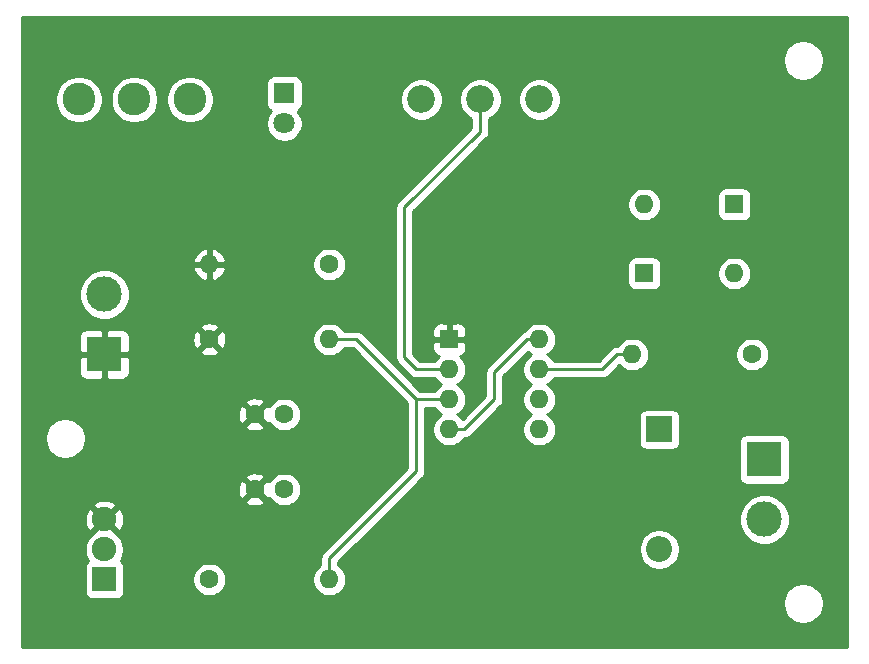
<source format=gbl>
%TF.GenerationSoftware,KiCad,Pcbnew,(5.1.9)-1*%
%TF.CreationDate,2022-05-29T14:43:03-04:00*%
%TF.ProjectId,mouse-jiggler,6d6f7573-652d-46a6-9967-676c65722e6b,rev?*%
%TF.SameCoordinates,Original*%
%TF.FileFunction,Copper,L2,Bot*%
%TF.FilePolarity,Positive*%
%FSLAX46Y46*%
G04 Gerber Fmt 4.6, Leading zero omitted, Abs format (unit mm)*
G04 Created by KiCad (PCBNEW (5.1.9)-1) date 2022-05-29 14:43:03*
%MOMM*%
%LPD*%
G01*
G04 APERTURE LIST*
%TA.AperFunction,ComponentPad*%
%ADD10C,2.775000*%
%TD*%
%TA.AperFunction,ComponentPad*%
%ADD11R,2.070000X2.070000*%
%TD*%
%TA.AperFunction,ComponentPad*%
%ADD12C,2.070000*%
%TD*%
%TA.AperFunction,ComponentPad*%
%ADD13C,1.600000*%
%TD*%
%TA.AperFunction,ComponentPad*%
%ADD14R,1.600000X1.600000*%
%TD*%
%TA.AperFunction,ComponentPad*%
%ADD15O,1.600000X1.600000*%
%TD*%
%TA.AperFunction,ComponentPad*%
%ADD16R,1.800000X1.800000*%
%TD*%
%TA.AperFunction,ComponentPad*%
%ADD17C,1.800000*%
%TD*%
%TA.AperFunction,ComponentPad*%
%ADD18R,2.200000X2.200000*%
%TD*%
%TA.AperFunction,ComponentPad*%
%ADD19O,2.200000X2.200000*%
%TD*%
%TA.AperFunction,ComponentPad*%
%ADD20R,3.000000X3.000000*%
%TD*%
%TA.AperFunction,ComponentPad*%
%ADD21C,3.000000*%
%TD*%
%TA.AperFunction,ComponentPad*%
%ADD22C,2.340000*%
%TD*%
%TA.AperFunction,Conductor*%
%ADD23C,0.250000*%
%TD*%
%TA.AperFunction,Conductor*%
%ADD24C,0.254000*%
%TD*%
%TA.AperFunction,Conductor*%
%ADD25C,0.100000*%
%TD*%
G04 APERTURE END LIST*
D10*
%TO.P,SW1,3*%
%TO.N,Net-(SW1-Pad3)*%
X117220000Y-78740000D03*
%TO.P,SW1,2*%
%TO.N,Net-(J1-Pad2)*%
X121920000Y-78740000D03*
%TO.P,SW1,1*%
%TO.N,Net-(D3-Pad1)*%
X126620000Y-78740000D03*
%TD*%
D11*
%TO.P,Q1,1*%
%TO.N,Net-(Q1-Pad1)*%
X119380000Y-119380000D03*
D12*
%TO.P,Q1,2*%
%TO.N,Net-(D4-Pad2)*%
X119380000Y-116840000D03*
%TO.P,Q1,3*%
%TO.N,GND*%
X119380000Y-114300000D03*
%TD*%
D13*
%TO.P,C1,1*%
%TO.N,Net-(C1-Pad1)*%
X134620000Y-105410000D03*
%TO.P,C1,2*%
%TO.N,GND*%
X132120000Y-105410000D03*
%TD*%
%TO.P,C2,2*%
%TO.N,GND*%
X132120000Y-111760000D03*
%TO.P,C2,1*%
%TO.N,Net-(C2-Pad1)*%
X134620000Y-111760000D03*
%TD*%
D14*
%TO.P,D1,1*%
%TO.N,Net-(D1-Pad1)*%
X165100000Y-93472000D03*
D15*
%TO.P,D1,2*%
%TO.N,Net-(D1-Pad2)*%
X172720000Y-93472000D03*
%TD*%
%TO.P,D2,2*%
%TO.N,Net-(D2-Pad2)*%
X165100000Y-87630000D03*
D14*
%TO.P,D2,1*%
%TO.N,Net-(D1-Pad2)*%
X172720000Y-87630000D03*
%TD*%
D16*
%TO.P,D3,1*%
%TO.N,Net-(D3-Pad1)*%
X134620000Y-78232000D03*
D17*
%TO.P,D3,2*%
%TO.N,Net-(D3-Pad2)*%
X134620000Y-80772000D03*
%TD*%
D18*
%TO.P,D4,1*%
%TO.N,Net-(D3-Pad1)*%
X166370000Y-106680000D03*
D19*
%TO.P,D4,2*%
%TO.N,Net-(D4-Pad2)*%
X166370000Y-116840000D03*
%TD*%
D20*
%TO.P,J1,1*%
%TO.N,GND*%
X119380000Y-100330000D03*
D21*
%TO.P,J1,2*%
%TO.N,Net-(J1-Pad2)*%
X119380000Y-95250000D03*
%TD*%
%TO.P,J2,2*%
%TO.N,Net-(D4-Pad2)*%
X175260000Y-114300000D03*
D20*
%TO.P,J2,1*%
%TO.N,Net-(D3-Pad1)*%
X175260000Y-109220000D03*
%TD*%
D15*
%TO.P,R1,2*%
%TO.N,Net-(D1-Pad2)*%
X164084000Y-100330000D03*
D13*
%TO.P,R1,1*%
%TO.N,Net-(D3-Pad1)*%
X174244000Y-100330000D03*
%TD*%
%TO.P,R2,1*%
%TO.N,Net-(D3-Pad2)*%
X138430000Y-92710000D03*
D15*
%TO.P,R2,2*%
%TO.N,GND*%
X128270000Y-92710000D03*
%TD*%
%TO.P,R3,2*%
%TO.N,Net-(R3-Pad2)*%
X138430000Y-119380000D03*
D13*
%TO.P,R3,1*%
%TO.N,Net-(Q1-Pad1)*%
X128270000Y-119380000D03*
%TD*%
%TO.P,R4,1*%
%TO.N,GND*%
X128270000Y-99060000D03*
D15*
%TO.P,R4,2*%
%TO.N,Net-(R3-Pad2)*%
X138430000Y-99060000D03*
%TD*%
D22*
%TO.P,RV1,3*%
%TO.N,Net-(D1-Pad1)*%
X146210000Y-78740000D03*
%TO.P,RV1,2*%
%TO.N,Net-(C1-Pad1)*%
X151210000Y-78740000D03*
%TO.P,RV1,1*%
%TO.N,Net-(D2-Pad2)*%
X156210000Y-78740000D03*
%TD*%
D14*
%TO.P,U1,1*%
%TO.N,GND*%
X148590000Y-99060000D03*
D15*
%TO.P,U1,5*%
%TO.N,Net-(C2-Pad1)*%
X156210000Y-106680000D03*
%TO.P,U1,2*%
%TO.N,Net-(C1-Pad1)*%
X148590000Y-101600000D03*
%TO.P,U1,6*%
X156210000Y-104140000D03*
%TO.P,U1,3*%
%TO.N,Net-(R3-Pad2)*%
X148590000Y-104140000D03*
%TO.P,U1,7*%
%TO.N,Net-(D1-Pad2)*%
X156210000Y-101600000D03*
%TO.P,U1,4*%
%TO.N,Net-(D3-Pad1)*%
X148590000Y-106680000D03*
%TO.P,U1,8*%
X156210000Y-99060000D03*
%TD*%
D23*
%TO.N,Net-(C1-Pad1)*%
X151210000Y-78740000D02*
X151210000Y-81454000D01*
X144780000Y-87884000D02*
X144780000Y-100584000D01*
X151210000Y-81454000D02*
X144780000Y-87884000D01*
X145796000Y-101600000D02*
X148590000Y-101600000D01*
X144780000Y-100584000D02*
X145796000Y-101600000D01*
%TO.N,Net-(D1-Pad2)*%
X164084000Y-100330000D02*
X162814000Y-100330000D01*
X161544000Y-101600000D02*
X156210000Y-101600000D01*
X162814000Y-100330000D02*
X161544000Y-101600000D01*
%TO.N,Net-(D3-Pad1)*%
X148590000Y-106680000D02*
X149860000Y-106680000D01*
X149860000Y-106680000D02*
X152400000Y-104140000D01*
X156210000Y-99060000D02*
X155194000Y-99060000D01*
X152400000Y-101854000D02*
X152400000Y-104140000D01*
X155194000Y-99060000D02*
X152400000Y-101854000D01*
%TO.N,Net-(R3-Pad2)*%
X140716000Y-99060000D02*
X138430000Y-99060000D01*
X145796000Y-104140000D02*
X140716000Y-99060000D01*
X148590000Y-104140000D02*
X145796000Y-104140000D01*
X138430000Y-119380000D02*
X138430000Y-117602000D01*
X145796000Y-110236000D02*
X145796000Y-104140000D01*
X138430000Y-117602000D02*
X145796000Y-110236000D01*
%TD*%
D24*
%TO.N,GND*%
X182220001Y-125070000D02*
X112420000Y-125070000D01*
X112420000Y-121241117D01*
X176827000Y-121241117D01*
X176827000Y-121582883D01*
X176893675Y-121918081D01*
X177024463Y-122233831D01*
X177214337Y-122517998D01*
X177456002Y-122759663D01*
X177740169Y-122949537D01*
X178055919Y-123080325D01*
X178391117Y-123147000D01*
X178732883Y-123147000D01*
X179068081Y-123080325D01*
X179383831Y-122949537D01*
X179667998Y-122759663D01*
X179909663Y-122517998D01*
X180099537Y-122233831D01*
X180230325Y-121918081D01*
X180297000Y-121582883D01*
X180297000Y-121241117D01*
X180230325Y-120905919D01*
X180099537Y-120590169D01*
X179909663Y-120306002D01*
X179667998Y-120064337D01*
X179383831Y-119874463D01*
X179068081Y-119743675D01*
X178732883Y-119677000D01*
X178391117Y-119677000D01*
X178055919Y-119743675D01*
X177740169Y-119874463D01*
X177456002Y-120064337D01*
X177214337Y-120306002D01*
X177024463Y-120590169D01*
X176893675Y-120905919D01*
X176827000Y-121241117D01*
X112420000Y-121241117D01*
X112420000Y-118345000D01*
X117706928Y-118345000D01*
X117706928Y-120415000D01*
X117719188Y-120539482D01*
X117755498Y-120659180D01*
X117814463Y-120769494D01*
X117893815Y-120866185D01*
X117990506Y-120945537D01*
X118100820Y-121004502D01*
X118220518Y-121040812D01*
X118345000Y-121053072D01*
X120415000Y-121053072D01*
X120539482Y-121040812D01*
X120659180Y-121004502D01*
X120769494Y-120945537D01*
X120866185Y-120866185D01*
X120945537Y-120769494D01*
X121004502Y-120659180D01*
X121040812Y-120539482D01*
X121053072Y-120415000D01*
X121053072Y-119238665D01*
X126835000Y-119238665D01*
X126835000Y-119521335D01*
X126890147Y-119798574D01*
X126998320Y-120059727D01*
X127155363Y-120294759D01*
X127355241Y-120494637D01*
X127590273Y-120651680D01*
X127851426Y-120759853D01*
X128128665Y-120815000D01*
X128411335Y-120815000D01*
X128688574Y-120759853D01*
X128949727Y-120651680D01*
X129184759Y-120494637D01*
X129384637Y-120294759D01*
X129541680Y-120059727D01*
X129649853Y-119798574D01*
X129705000Y-119521335D01*
X129705000Y-119238665D01*
X129649853Y-118961426D01*
X129541680Y-118700273D01*
X129384637Y-118465241D01*
X129184759Y-118265363D01*
X128949727Y-118108320D01*
X128688574Y-118000147D01*
X128411335Y-117945000D01*
X128128665Y-117945000D01*
X127851426Y-118000147D01*
X127590273Y-118108320D01*
X127355241Y-118265363D01*
X127155363Y-118465241D01*
X126998320Y-118700273D01*
X126890147Y-118961426D01*
X126835000Y-119238665D01*
X121053072Y-119238665D01*
X121053072Y-118345000D01*
X121040812Y-118220518D01*
X121004502Y-118100820D01*
X120945537Y-117990506D01*
X120866185Y-117893815D01*
X120769494Y-117814463D01*
X120745828Y-117801813D01*
X120859934Y-117631041D01*
X120985822Y-117327121D01*
X121050000Y-117004481D01*
X121050000Y-116675519D01*
X120985822Y-116352879D01*
X120859934Y-116048959D01*
X120677173Y-115775437D01*
X120444563Y-115542827D01*
X120352862Y-115481554D01*
X120360766Y-115460371D01*
X119380000Y-114479605D01*
X118399234Y-115460371D01*
X118407138Y-115481554D01*
X118315437Y-115542827D01*
X118082827Y-115775437D01*
X117900066Y-116048959D01*
X117774178Y-116352879D01*
X117710000Y-116675519D01*
X117710000Y-117004481D01*
X117774178Y-117327121D01*
X117900066Y-117631041D01*
X118014172Y-117801813D01*
X117990506Y-117814463D01*
X117893815Y-117893815D01*
X117814463Y-117990506D01*
X117755498Y-118100820D01*
X117719188Y-118220518D01*
X117706928Y-118345000D01*
X112420000Y-118345000D01*
X112420000Y-114361209D01*
X117703037Y-114361209D01*
X117747200Y-114687192D01*
X117854111Y-114998296D01*
X117951650Y-115180776D01*
X118219629Y-115280766D01*
X119200395Y-114300000D01*
X119559605Y-114300000D01*
X120540371Y-115280766D01*
X120808350Y-115180776D01*
X120952736Y-114885196D01*
X121036682Y-114567127D01*
X121056963Y-114238791D01*
X121012800Y-113912808D01*
X120905889Y-113601704D01*
X120808350Y-113419224D01*
X120540371Y-113319234D01*
X119559605Y-114300000D01*
X119200395Y-114300000D01*
X118219629Y-113319234D01*
X117951650Y-113419224D01*
X117807264Y-113714804D01*
X117723318Y-114032873D01*
X117703037Y-114361209D01*
X112420000Y-114361209D01*
X112420000Y-113139629D01*
X118399234Y-113139629D01*
X119380000Y-114120395D01*
X120360766Y-113139629D01*
X120260776Y-112871650D01*
X120017272Y-112752702D01*
X131306903Y-112752702D01*
X131378486Y-112996671D01*
X131633996Y-113117571D01*
X131908184Y-113186300D01*
X132190512Y-113200217D01*
X132470130Y-113158787D01*
X132736292Y-113063603D01*
X132861514Y-112996671D01*
X132933097Y-112752702D01*
X132120000Y-111939605D01*
X131306903Y-112752702D01*
X120017272Y-112752702D01*
X119965196Y-112727264D01*
X119647127Y-112643318D01*
X119318791Y-112623037D01*
X118992808Y-112667200D01*
X118681704Y-112774111D01*
X118499224Y-112871650D01*
X118399234Y-113139629D01*
X112420000Y-113139629D01*
X112420000Y-111830512D01*
X130679783Y-111830512D01*
X130721213Y-112110130D01*
X130816397Y-112376292D01*
X130883329Y-112501514D01*
X131127298Y-112573097D01*
X131940395Y-111760000D01*
X132299605Y-111760000D01*
X133112702Y-112573097D01*
X133356671Y-112501514D01*
X133370324Y-112472659D01*
X133505363Y-112674759D01*
X133705241Y-112874637D01*
X133940273Y-113031680D01*
X134201426Y-113139853D01*
X134478665Y-113195000D01*
X134761335Y-113195000D01*
X135038574Y-113139853D01*
X135299727Y-113031680D01*
X135534759Y-112874637D01*
X135734637Y-112674759D01*
X135891680Y-112439727D01*
X135999853Y-112178574D01*
X136055000Y-111901335D01*
X136055000Y-111618665D01*
X135999853Y-111341426D01*
X135891680Y-111080273D01*
X135734637Y-110845241D01*
X135534759Y-110645363D01*
X135299727Y-110488320D01*
X135038574Y-110380147D01*
X134761335Y-110325000D01*
X134478665Y-110325000D01*
X134201426Y-110380147D01*
X133940273Y-110488320D01*
X133705241Y-110645363D01*
X133505363Y-110845241D01*
X133371308Y-111045869D01*
X133356671Y-111018486D01*
X133112702Y-110946903D01*
X132299605Y-111760000D01*
X131940395Y-111760000D01*
X131127298Y-110946903D01*
X130883329Y-111018486D01*
X130762429Y-111273996D01*
X130693700Y-111548184D01*
X130679783Y-111830512D01*
X112420000Y-111830512D01*
X112420000Y-110767298D01*
X131306903Y-110767298D01*
X132120000Y-111580395D01*
X132933097Y-110767298D01*
X132861514Y-110523329D01*
X132606004Y-110402429D01*
X132331816Y-110333700D01*
X132049488Y-110319783D01*
X131769870Y-110361213D01*
X131503708Y-110456397D01*
X131378486Y-110523329D01*
X131306903Y-110767298D01*
X112420000Y-110767298D01*
X112420000Y-107271117D01*
X114343000Y-107271117D01*
X114343000Y-107612883D01*
X114409675Y-107948081D01*
X114540463Y-108263831D01*
X114730337Y-108547998D01*
X114972002Y-108789663D01*
X115256169Y-108979537D01*
X115571919Y-109110325D01*
X115907117Y-109177000D01*
X116248883Y-109177000D01*
X116584081Y-109110325D01*
X116899831Y-108979537D01*
X117183998Y-108789663D01*
X117425663Y-108547998D01*
X117615537Y-108263831D01*
X117746325Y-107948081D01*
X117813000Y-107612883D01*
X117813000Y-107271117D01*
X117746325Y-106935919D01*
X117615537Y-106620169D01*
X117470231Y-106402702D01*
X131306903Y-106402702D01*
X131378486Y-106646671D01*
X131633996Y-106767571D01*
X131908184Y-106836300D01*
X132190512Y-106850217D01*
X132470130Y-106808787D01*
X132736292Y-106713603D01*
X132861514Y-106646671D01*
X132933097Y-106402702D01*
X132120000Y-105589605D01*
X131306903Y-106402702D01*
X117470231Y-106402702D01*
X117425663Y-106336002D01*
X117183998Y-106094337D01*
X116899831Y-105904463D01*
X116584081Y-105773675D01*
X116248883Y-105707000D01*
X115907117Y-105707000D01*
X115571919Y-105773675D01*
X115256169Y-105904463D01*
X114972002Y-106094337D01*
X114730337Y-106336002D01*
X114540463Y-106620169D01*
X114409675Y-106935919D01*
X114343000Y-107271117D01*
X112420000Y-107271117D01*
X112420000Y-105480512D01*
X130679783Y-105480512D01*
X130721213Y-105760130D01*
X130816397Y-106026292D01*
X130883329Y-106151514D01*
X131127298Y-106223097D01*
X131940395Y-105410000D01*
X132299605Y-105410000D01*
X133112702Y-106223097D01*
X133356671Y-106151514D01*
X133370324Y-106122659D01*
X133505363Y-106324759D01*
X133705241Y-106524637D01*
X133940273Y-106681680D01*
X134201426Y-106789853D01*
X134478665Y-106845000D01*
X134761335Y-106845000D01*
X135038574Y-106789853D01*
X135299727Y-106681680D01*
X135534759Y-106524637D01*
X135734637Y-106324759D01*
X135891680Y-106089727D01*
X135999853Y-105828574D01*
X136055000Y-105551335D01*
X136055000Y-105268665D01*
X135999853Y-104991426D01*
X135891680Y-104730273D01*
X135734637Y-104495241D01*
X135534759Y-104295363D01*
X135299727Y-104138320D01*
X135038574Y-104030147D01*
X134761335Y-103975000D01*
X134478665Y-103975000D01*
X134201426Y-104030147D01*
X133940273Y-104138320D01*
X133705241Y-104295363D01*
X133505363Y-104495241D01*
X133371308Y-104695869D01*
X133356671Y-104668486D01*
X133112702Y-104596903D01*
X132299605Y-105410000D01*
X131940395Y-105410000D01*
X131127298Y-104596903D01*
X130883329Y-104668486D01*
X130762429Y-104923996D01*
X130693700Y-105198184D01*
X130679783Y-105480512D01*
X112420000Y-105480512D01*
X112420000Y-104417298D01*
X131306903Y-104417298D01*
X132120000Y-105230395D01*
X132933097Y-104417298D01*
X132861514Y-104173329D01*
X132606004Y-104052429D01*
X132331816Y-103983700D01*
X132049488Y-103969783D01*
X131769870Y-104011213D01*
X131503708Y-104106397D01*
X131378486Y-104173329D01*
X131306903Y-104417298D01*
X112420000Y-104417298D01*
X112420000Y-101830000D01*
X117241928Y-101830000D01*
X117254188Y-101954482D01*
X117290498Y-102074180D01*
X117349463Y-102184494D01*
X117428815Y-102281185D01*
X117525506Y-102360537D01*
X117635820Y-102419502D01*
X117755518Y-102455812D01*
X117880000Y-102468072D01*
X119094250Y-102465000D01*
X119253000Y-102306250D01*
X119253000Y-100457000D01*
X119507000Y-100457000D01*
X119507000Y-102306250D01*
X119665750Y-102465000D01*
X120880000Y-102468072D01*
X121004482Y-102455812D01*
X121124180Y-102419502D01*
X121234494Y-102360537D01*
X121331185Y-102281185D01*
X121410537Y-102184494D01*
X121469502Y-102074180D01*
X121505812Y-101954482D01*
X121518072Y-101830000D01*
X121515000Y-100615750D01*
X121356250Y-100457000D01*
X119507000Y-100457000D01*
X119253000Y-100457000D01*
X117403750Y-100457000D01*
X117245000Y-100615750D01*
X117241928Y-101830000D01*
X112420000Y-101830000D01*
X112420000Y-98830000D01*
X117241928Y-98830000D01*
X117245000Y-100044250D01*
X117403750Y-100203000D01*
X119253000Y-100203000D01*
X119253000Y-98353750D01*
X119507000Y-98353750D01*
X119507000Y-100203000D01*
X121356250Y-100203000D01*
X121506548Y-100052702D01*
X127456903Y-100052702D01*
X127528486Y-100296671D01*
X127783996Y-100417571D01*
X128058184Y-100486300D01*
X128340512Y-100500217D01*
X128620130Y-100458787D01*
X128886292Y-100363603D01*
X129011514Y-100296671D01*
X129083097Y-100052702D01*
X128270000Y-99239605D01*
X127456903Y-100052702D01*
X121506548Y-100052702D01*
X121515000Y-100044250D01*
X121517311Y-99130512D01*
X126829783Y-99130512D01*
X126871213Y-99410130D01*
X126966397Y-99676292D01*
X127033329Y-99801514D01*
X127277298Y-99873097D01*
X128090395Y-99060000D01*
X128449605Y-99060000D01*
X129262702Y-99873097D01*
X129506671Y-99801514D01*
X129627571Y-99546004D01*
X129696300Y-99271816D01*
X129710217Y-98989488D01*
X129699724Y-98918665D01*
X136995000Y-98918665D01*
X136995000Y-99201335D01*
X137050147Y-99478574D01*
X137158320Y-99739727D01*
X137315363Y-99974759D01*
X137515241Y-100174637D01*
X137750273Y-100331680D01*
X138011426Y-100439853D01*
X138288665Y-100495000D01*
X138571335Y-100495000D01*
X138848574Y-100439853D01*
X139109727Y-100331680D01*
X139344759Y-100174637D01*
X139544637Y-99974759D01*
X139648043Y-99820000D01*
X140401199Y-99820000D01*
X145036001Y-104454803D01*
X145036000Y-109921198D01*
X137918998Y-117038201D01*
X137890000Y-117061999D01*
X137866202Y-117090997D01*
X137866201Y-117090998D01*
X137795026Y-117177724D01*
X137724454Y-117309754D01*
X137680998Y-117453015D01*
X137666324Y-117602000D01*
X137670001Y-117639332D01*
X137670001Y-118161956D01*
X137515241Y-118265363D01*
X137315363Y-118465241D01*
X137158320Y-118700273D01*
X137050147Y-118961426D01*
X136995000Y-119238665D01*
X136995000Y-119521335D01*
X137050147Y-119798574D01*
X137158320Y-120059727D01*
X137315363Y-120294759D01*
X137515241Y-120494637D01*
X137750273Y-120651680D01*
X138011426Y-120759853D01*
X138288665Y-120815000D01*
X138571335Y-120815000D01*
X138848574Y-120759853D01*
X139109727Y-120651680D01*
X139344759Y-120494637D01*
X139544637Y-120294759D01*
X139701680Y-120059727D01*
X139809853Y-119798574D01*
X139865000Y-119521335D01*
X139865000Y-119238665D01*
X139809853Y-118961426D01*
X139701680Y-118700273D01*
X139544637Y-118465241D01*
X139344759Y-118265363D01*
X139190000Y-118161957D01*
X139190000Y-117916801D01*
X140437684Y-116669117D01*
X164635000Y-116669117D01*
X164635000Y-117010883D01*
X164701675Y-117346081D01*
X164832463Y-117661831D01*
X165022337Y-117945998D01*
X165264002Y-118187663D01*
X165548169Y-118377537D01*
X165863919Y-118508325D01*
X166199117Y-118575000D01*
X166540883Y-118575000D01*
X166876081Y-118508325D01*
X167191831Y-118377537D01*
X167475998Y-118187663D01*
X167717663Y-117945998D01*
X167907537Y-117661831D01*
X168038325Y-117346081D01*
X168105000Y-117010883D01*
X168105000Y-116669117D01*
X168038325Y-116333919D01*
X167907537Y-116018169D01*
X167717663Y-115734002D01*
X167475998Y-115492337D01*
X167191831Y-115302463D01*
X166876081Y-115171675D01*
X166540883Y-115105000D01*
X166199117Y-115105000D01*
X165863919Y-115171675D01*
X165548169Y-115302463D01*
X165264002Y-115492337D01*
X165022337Y-115734002D01*
X164832463Y-116018169D01*
X164701675Y-116333919D01*
X164635000Y-116669117D01*
X140437684Y-116669117D01*
X143017080Y-114089721D01*
X173125000Y-114089721D01*
X173125000Y-114510279D01*
X173207047Y-114922756D01*
X173367988Y-115311302D01*
X173601637Y-115660983D01*
X173899017Y-115958363D01*
X174248698Y-116192012D01*
X174637244Y-116352953D01*
X175049721Y-116435000D01*
X175470279Y-116435000D01*
X175882756Y-116352953D01*
X176271302Y-116192012D01*
X176620983Y-115958363D01*
X176918363Y-115660983D01*
X177152012Y-115311302D01*
X177312953Y-114922756D01*
X177395000Y-114510279D01*
X177395000Y-114089721D01*
X177312953Y-113677244D01*
X177152012Y-113288698D01*
X176918363Y-112939017D01*
X176620983Y-112641637D01*
X176271302Y-112407988D01*
X175882756Y-112247047D01*
X175470279Y-112165000D01*
X175049721Y-112165000D01*
X174637244Y-112247047D01*
X174248698Y-112407988D01*
X173899017Y-112641637D01*
X173601637Y-112939017D01*
X173367988Y-113288698D01*
X173207047Y-113677244D01*
X173125000Y-114089721D01*
X143017080Y-114089721D01*
X146307004Y-110799798D01*
X146336001Y-110776001D01*
X146381960Y-110720000D01*
X146430974Y-110660277D01*
X146501546Y-110528247D01*
X146503038Y-110523329D01*
X146545003Y-110384986D01*
X146556000Y-110273333D01*
X146556000Y-110273324D01*
X146559676Y-110236001D01*
X146556000Y-110198678D01*
X146556000Y-104900000D01*
X147371957Y-104900000D01*
X147475363Y-105054759D01*
X147675241Y-105254637D01*
X147907759Y-105410000D01*
X147675241Y-105565363D01*
X147475363Y-105765241D01*
X147318320Y-106000273D01*
X147210147Y-106261426D01*
X147155000Y-106538665D01*
X147155000Y-106821335D01*
X147210147Y-107098574D01*
X147318320Y-107359727D01*
X147475363Y-107594759D01*
X147675241Y-107794637D01*
X147910273Y-107951680D01*
X148171426Y-108059853D01*
X148448665Y-108115000D01*
X148731335Y-108115000D01*
X149008574Y-108059853D01*
X149269727Y-107951680D01*
X149504759Y-107794637D01*
X149704637Y-107594759D01*
X149808043Y-107440000D01*
X149822678Y-107440000D01*
X149860000Y-107443676D01*
X149897322Y-107440000D01*
X149897333Y-107440000D01*
X150008986Y-107429003D01*
X150152247Y-107385546D01*
X150284276Y-107314974D01*
X150400001Y-107220001D01*
X150423804Y-107190997D01*
X152911008Y-104703795D01*
X152940001Y-104680001D01*
X152963795Y-104651008D01*
X152963799Y-104651004D01*
X153034973Y-104564277D01*
X153034974Y-104564276D01*
X153105546Y-104432247D01*
X153149003Y-104288986D01*
X153160000Y-104177333D01*
X153160000Y-104177324D01*
X153163676Y-104140001D01*
X153160000Y-104102678D01*
X153160000Y-102168801D01*
X155224703Y-100104099D01*
X155295241Y-100174637D01*
X155527759Y-100330000D01*
X155295241Y-100485363D01*
X155095363Y-100685241D01*
X154938320Y-100920273D01*
X154830147Y-101181426D01*
X154775000Y-101458665D01*
X154775000Y-101741335D01*
X154830147Y-102018574D01*
X154938320Y-102279727D01*
X155095363Y-102514759D01*
X155295241Y-102714637D01*
X155527759Y-102870000D01*
X155295241Y-103025363D01*
X155095363Y-103225241D01*
X154938320Y-103460273D01*
X154830147Y-103721426D01*
X154775000Y-103998665D01*
X154775000Y-104281335D01*
X154830147Y-104558574D01*
X154938320Y-104819727D01*
X155095363Y-105054759D01*
X155295241Y-105254637D01*
X155527759Y-105410000D01*
X155295241Y-105565363D01*
X155095363Y-105765241D01*
X154938320Y-106000273D01*
X154830147Y-106261426D01*
X154775000Y-106538665D01*
X154775000Y-106821335D01*
X154830147Y-107098574D01*
X154938320Y-107359727D01*
X155095363Y-107594759D01*
X155295241Y-107794637D01*
X155530273Y-107951680D01*
X155791426Y-108059853D01*
X156068665Y-108115000D01*
X156351335Y-108115000D01*
X156628574Y-108059853D01*
X156889727Y-107951680D01*
X157124759Y-107794637D01*
X157324637Y-107594759D01*
X157481680Y-107359727D01*
X157589853Y-107098574D01*
X157645000Y-106821335D01*
X157645000Y-106538665D01*
X157589853Y-106261426D01*
X157481680Y-106000273D01*
X157324637Y-105765241D01*
X157139396Y-105580000D01*
X164631928Y-105580000D01*
X164631928Y-107780000D01*
X164644188Y-107904482D01*
X164680498Y-108024180D01*
X164739463Y-108134494D01*
X164818815Y-108231185D01*
X164915506Y-108310537D01*
X165025820Y-108369502D01*
X165145518Y-108405812D01*
X165270000Y-108418072D01*
X167470000Y-108418072D01*
X167594482Y-108405812D01*
X167714180Y-108369502D01*
X167824494Y-108310537D01*
X167921185Y-108231185D01*
X168000537Y-108134494D01*
X168059502Y-108024180D01*
X168095812Y-107904482D01*
X168108072Y-107780000D01*
X168108072Y-107720000D01*
X173121928Y-107720000D01*
X173121928Y-110720000D01*
X173134188Y-110844482D01*
X173170498Y-110964180D01*
X173229463Y-111074494D01*
X173308815Y-111171185D01*
X173405506Y-111250537D01*
X173515820Y-111309502D01*
X173635518Y-111345812D01*
X173760000Y-111358072D01*
X176760000Y-111358072D01*
X176884482Y-111345812D01*
X177004180Y-111309502D01*
X177114494Y-111250537D01*
X177211185Y-111171185D01*
X177290537Y-111074494D01*
X177349502Y-110964180D01*
X177385812Y-110844482D01*
X177398072Y-110720000D01*
X177398072Y-107720000D01*
X177385812Y-107595518D01*
X177349502Y-107475820D01*
X177290537Y-107365506D01*
X177211185Y-107268815D01*
X177114494Y-107189463D01*
X177004180Y-107130498D01*
X176884482Y-107094188D01*
X176760000Y-107081928D01*
X173760000Y-107081928D01*
X173635518Y-107094188D01*
X173515820Y-107130498D01*
X173405506Y-107189463D01*
X173308815Y-107268815D01*
X173229463Y-107365506D01*
X173170498Y-107475820D01*
X173134188Y-107595518D01*
X173121928Y-107720000D01*
X168108072Y-107720000D01*
X168108072Y-105580000D01*
X168095812Y-105455518D01*
X168059502Y-105335820D01*
X168000537Y-105225506D01*
X167921185Y-105128815D01*
X167824494Y-105049463D01*
X167714180Y-104990498D01*
X167594482Y-104954188D01*
X167470000Y-104941928D01*
X165270000Y-104941928D01*
X165145518Y-104954188D01*
X165025820Y-104990498D01*
X164915506Y-105049463D01*
X164818815Y-105128815D01*
X164739463Y-105225506D01*
X164680498Y-105335820D01*
X164644188Y-105455518D01*
X164631928Y-105580000D01*
X157139396Y-105580000D01*
X157124759Y-105565363D01*
X156892241Y-105410000D01*
X157124759Y-105254637D01*
X157324637Y-105054759D01*
X157481680Y-104819727D01*
X157589853Y-104558574D01*
X157645000Y-104281335D01*
X157645000Y-103998665D01*
X157589853Y-103721426D01*
X157481680Y-103460273D01*
X157324637Y-103225241D01*
X157124759Y-103025363D01*
X156892241Y-102870000D01*
X157124759Y-102714637D01*
X157324637Y-102514759D01*
X157428043Y-102360000D01*
X161506678Y-102360000D01*
X161544000Y-102363676D01*
X161581322Y-102360000D01*
X161581333Y-102360000D01*
X161692986Y-102349003D01*
X161836247Y-102305546D01*
X161968276Y-102234974D01*
X162084001Y-102140001D01*
X162107804Y-102110997D01*
X162971703Y-101247099D01*
X163169241Y-101444637D01*
X163404273Y-101601680D01*
X163665426Y-101709853D01*
X163942665Y-101765000D01*
X164225335Y-101765000D01*
X164502574Y-101709853D01*
X164763727Y-101601680D01*
X164998759Y-101444637D01*
X165198637Y-101244759D01*
X165355680Y-101009727D01*
X165463853Y-100748574D01*
X165519000Y-100471335D01*
X165519000Y-100188665D01*
X172809000Y-100188665D01*
X172809000Y-100471335D01*
X172864147Y-100748574D01*
X172972320Y-101009727D01*
X173129363Y-101244759D01*
X173329241Y-101444637D01*
X173564273Y-101601680D01*
X173825426Y-101709853D01*
X174102665Y-101765000D01*
X174385335Y-101765000D01*
X174662574Y-101709853D01*
X174923727Y-101601680D01*
X175158759Y-101444637D01*
X175358637Y-101244759D01*
X175515680Y-101009727D01*
X175623853Y-100748574D01*
X175679000Y-100471335D01*
X175679000Y-100188665D01*
X175623853Y-99911426D01*
X175515680Y-99650273D01*
X175358637Y-99415241D01*
X175158759Y-99215363D01*
X174923727Y-99058320D01*
X174662574Y-98950147D01*
X174385335Y-98895000D01*
X174102665Y-98895000D01*
X173825426Y-98950147D01*
X173564273Y-99058320D01*
X173329241Y-99215363D01*
X173129363Y-99415241D01*
X172972320Y-99650273D01*
X172864147Y-99911426D01*
X172809000Y-100188665D01*
X165519000Y-100188665D01*
X165463853Y-99911426D01*
X165355680Y-99650273D01*
X165198637Y-99415241D01*
X164998759Y-99215363D01*
X164763727Y-99058320D01*
X164502574Y-98950147D01*
X164225335Y-98895000D01*
X163942665Y-98895000D01*
X163665426Y-98950147D01*
X163404273Y-99058320D01*
X163169241Y-99215363D01*
X162969363Y-99415241D01*
X162865957Y-99570000D01*
X162851322Y-99570000D01*
X162813999Y-99566324D01*
X162776676Y-99570000D01*
X162776667Y-99570000D01*
X162665014Y-99580997D01*
X162521753Y-99624454D01*
X162389724Y-99695026D01*
X162273999Y-99789999D01*
X162250201Y-99818997D01*
X161229199Y-100840000D01*
X157428043Y-100840000D01*
X157324637Y-100685241D01*
X157124759Y-100485363D01*
X156892241Y-100330000D01*
X157124759Y-100174637D01*
X157324637Y-99974759D01*
X157481680Y-99739727D01*
X157589853Y-99478574D01*
X157645000Y-99201335D01*
X157645000Y-98918665D01*
X157589853Y-98641426D01*
X157481680Y-98380273D01*
X157324637Y-98145241D01*
X157124759Y-97945363D01*
X156889727Y-97788320D01*
X156628574Y-97680147D01*
X156351335Y-97625000D01*
X156068665Y-97625000D01*
X155791426Y-97680147D01*
X155530273Y-97788320D01*
X155295241Y-97945363D01*
X155095363Y-98145241D01*
X154969253Y-98333978D01*
X154901753Y-98354454D01*
X154769724Y-98425026D01*
X154653999Y-98519999D01*
X154630201Y-98548997D01*
X151889003Y-101290196D01*
X151859999Y-101313999D01*
X151804871Y-101381174D01*
X151765026Y-101429724D01*
X151753646Y-101451015D01*
X151694454Y-101561754D01*
X151650997Y-101705015D01*
X151640000Y-101816668D01*
X151640000Y-101816678D01*
X151636324Y-101854000D01*
X151640000Y-101891323D01*
X151640001Y-103825196D01*
X149702297Y-105762901D01*
X149504759Y-105565363D01*
X149272241Y-105410000D01*
X149504759Y-105254637D01*
X149704637Y-105054759D01*
X149861680Y-104819727D01*
X149969853Y-104558574D01*
X150025000Y-104281335D01*
X150025000Y-103998665D01*
X149969853Y-103721426D01*
X149861680Y-103460273D01*
X149704637Y-103225241D01*
X149504759Y-103025363D01*
X149272241Y-102870000D01*
X149504759Y-102714637D01*
X149704637Y-102514759D01*
X149861680Y-102279727D01*
X149969853Y-102018574D01*
X150025000Y-101741335D01*
X150025000Y-101458665D01*
X149969853Y-101181426D01*
X149861680Y-100920273D01*
X149704637Y-100685241D01*
X149506039Y-100486643D01*
X149514482Y-100485812D01*
X149634180Y-100449502D01*
X149744494Y-100390537D01*
X149841185Y-100311185D01*
X149920537Y-100214494D01*
X149979502Y-100104180D01*
X150015812Y-99984482D01*
X150028072Y-99860000D01*
X150025000Y-99345750D01*
X149866250Y-99187000D01*
X148717000Y-99187000D01*
X148717000Y-99207000D01*
X148463000Y-99207000D01*
X148463000Y-99187000D01*
X147313750Y-99187000D01*
X147155000Y-99345750D01*
X147151928Y-99860000D01*
X147164188Y-99984482D01*
X147200498Y-100104180D01*
X147259463Y-100214494D01*
X147338815Y-100311185D01*
X147435506Y-100390537D01*
X147545820Y-100449502D01*
X147665518Y-100485812D01*
X147673961Y-100486643D01*
X147475363Y-100685241D01*
X147371957Y-100840000D01*
X146110802Y-100840000D01*
X145540000Y-100269199D01*
X145540000Y-98260000D01*
X147151928Y-98260000D01*
X147155000Y-98774250D01*
X147313750Y-98933000D01*
X148463000Y-98933000D01*
X148463000Y-97783750D01*
X148717000Y-97783750D01*
X148717000Y-98933000D01*
X149866250Y-98933000D01*
X150025000Y-98774250D01*
X150028072Y-98260000D01*
X150015812Y-98135518D01*
X149979502Y-98015820D01*
X149920537Y-97905506D01*
X149841185Y-97808815D01*
X149744494Y-97729463D01*
X149634180Y-97670498D01*
X149514482Y-97634188D01*
X149390000Y-97621928D01*
X148875750Y-97625000D01*
X148717000Y-97783750D01*
X148463000Y-97783750D01*
X148304250Y-97625000D01*
X147790000Y-97621928D01*
X147665518Y-97634188D01*
X147545820Y-97670498D01*
X147435506Y-97729463D01*
X147338815Y-97808815D01*
X147259463Y-97905506D01*
X147200498Y-98015820D01*
X147164188Y-98135518D01*
X147151928Y-98260000D01*
X145540000Y-98260000D01*
X145540000Y-92672000D01*
X163661928Y-92672000D01*
X163661928Y-94272000D01*
X163674188Y-94396482D01*
X163710498Y-94516180D01*
X163769463Y-94626494D01*
X163848815Y-94723185D01*
X163945506Y-94802537D01*
X164055820Y-94861502D01*
X164175518Y-94897812D01*
X164300000Y-94910072D01*
X165900000Y-94910072D01*
X166024482Y-94897812D01*
X166144180Y-94861502D01*
X166254494Y-94802537D01*
X166351185Y-94723185D01*
X166430537Y-94626494D01*
X166489502Y-94516180D01*
X166525812Y-94396482D01*
X166538072Y-94272000D01*
X166538072Y-93330665D01*
X171285000Y-93330665D01*
X171285000Y-93613335D01*
X171340147Y-93890574D01*
X171448320Y-94151727D01*
X171605363Y-94386759D01*
X171805241Y-94586637D01*
X172040273Y-94743680D01*
X172301426Y-94851853D01*
X172578665Y-94907000D01*
X172861335Y-94907000D01*
X173138574Y-94851853D01*
X173399727Y-94743680D01*
X173634759Y-94586637D01*
X173834637Y-94386759D01*
X173991680Y-94151727D01*
X174099853Y-93890574D01*
X174155000Y-93613335D01*
X174155000Y-93330665D01*
X174099853Y-93053426D01*
X173991680Y-92792273D01*
X173834637Y-92557241D01*
X173634759Y-92357363D01*
X173399727Y-92200320D01*
X173138574Y-92092147D01*
X172861335Y-92037000D01*
X172578665Y-92037000D01*
X172301426Y-92092147D01*
X172040273Y-92200320D01*
X171805241Y-92357363D01*
X171605363Y-92557241D01*
X171448320Y-92792273D01*
X171340147Y-93053426D01*
X171285000Y-93330665D01*
X166538072Y-93330665D01*
X166538072Y-92672000D01*
X166525812Y-92547518D01*
X166489502Y-92427820D01*
X166430537Y-92317506D01*
X166351185Y-92220815D01*
X166254494Y-92141463D01*
X166144180Y-92082498D01*
X166024482Y-92046188D01*
X165900000Y-92033928D01*
X164300000Y-92033928D01*
X164175518Y-92046188D01*
X164055820Y-92082498D01*
X163945506Y-92141463D01*
X163848815Y-92220815D01*
X163769463Y-92317506D01*
X163710498Y-92427820D01*
X163674188Y-92547518D01*
X163661928Y-92672000D01*
X145540000Y-92672000D01*
X145540000Y-88198801D01*
X146250136Y-87488665D01*
X163665000Y-87488665D01*
X163665000Y-87771335D01*
X163720147Y-88048574D01*
X163828320Y-88309727D01*
X163985363Y-88544759D01*
X164185241Y-88744637D01*
X164420273Y-88901680D01*
X164681426Y-89009853D01*
X164958665Y-89065000D01*
X165241335Y-89065000D01*
X165518574Y-89009853D01*
X165779727Y-88901680D01*
X166014759Y-88744637D01*
X166214637Y-88544759D01*
X166371680Y-88309727D01*
X166479853Y-88048574D01*
X166535000Y-87771335D01*
X166535000Y-87488665D01*
X166479853Y-87211426D01*
X166371680Y-86950273D01*
X166291317Y-86830000D01*
X171281928Y-86830000D01*
X171281928Y-88430000D01*
X171294188Y-88554482D01*
X171330498Y-88674180D01*
X171389463Y-88784494D01*
X171468815Y-88881185D01*
X171565506Y-88960537D01*
X171675820Y-89019502D01*
X171795518Y-89055812D01*
X171920000Y-89068072D01*
X173520000Y-89068072D01*
X173644482Y-89055812D01*
X173764180Y-89019502D01*
X173874494Y-88960537D01*
X173971185Y-88881185D01*
X174050537Y-88784494D01*
X174109502Y-88674180D01*
X174145812Y-88554482D01*
X174158072Y-88430000D01*
X174158072Y-86830000D01*
X174145812Y-86705518D01*
X174109502Y-86585820D01*
X174050537Y-86475506D01*
X173971185Y-86378815D01*
X173874494Y-86299463D01*
X173764180Y-86240498D01*
X173644482Y-86204188D01*
X173520000Y-86191928D01*
X171920000Y-86191928D01*
X171795518Y-86204188D01*
X171675820Y-86240498D01*
X171565506Y-86299463D01*
X171468815Y-86378815D01*
X171389463Y-86475506D01*
X171330498Y-86585820D01*
X171294188Y-86705518D01*
X171281928Y-86830000D01*
X166291317Y-86830000D01*
X166214637Y-86715241D01*
X166014759Y-86515363D01*
X165779727Y-86358320D01*
X165518574Y-86250147D01*
X165241335Y-86195000D01*
X164958665Y-86195000D01*
X164681426Y-86250147D01*
X164420273Y-86358320D01*
X164185241Y-86515363D01*
X163985363Y-86715241D01*
X163828320Y-86950273D01*
X163720147Y-87211426D01*
X163665000Y-87488665D01*
X146250136Y-87488665D01*
X151721003Y-82017799D01*
X151750001Y-81994001D01*
X151844974Y-81878276D01*
X151915546Y-81746247D01*
X151959003Y-81602986D01*
X151970000Y-81491333D01*
X151970000Y-81491324D01*
X151973676Y-81454001D01*
X151970000Y-81416678D01*
X151970000Y-80378916D01*
X152064988Y-80339571D01*
X152360621Y-80142035D01*
X152612035Y-79890621D01*
X152809571Y-79594988D01*
X152945635Y-79266499D01*
X153015000Y-78917777D01*
X153015000Y-78562223D01*
X154405000Y-78562223D01*
X154405000Y-78917777D01*
X154474365Y-79266499D01*
X154610429Y-79594988D01*
X154807965Y-79890621D01*
X155059379Y-80142035D01*
X155355012Y-80339571D01*
X155683501Y-80475635D01*
X156032223Y-80545000D01*
X156387777Y-80545000D01*
X156736499Y-80475635D01*
X157064988Y-80339571D01*
X157360621Y-80142035D01*
X157612035Y-79890621D01*
X157809571Y-79594988D01*
X157945635Y-79266499D01*
X158015000Y-78917777D01*
X158015000Y-78562223D01*
X157945635Y-78213501D01*
X157809571Y-77885012D01*
X157612035Y-77589379D01*
X157360621Y-77337965D01*
X157064988Y-77140429D01*
X156736499Y-77004365D01*
X156387777Y-76935000D01*
X156032223Y-76935000D01*
X155683501Y-77004365D01*
X155355012Y-77140429D01*
X155059379Y-77337965D01*
X154807965Y-77589379D01*
X154610429Y-77885012D01*
X154474365Y-78213501D01*
X154405000Y-78562223D01*
X153015000Y-78562223D01*
X152945635Y-78213501D01*
X152809571Y-77885012D01*
X152612035Y-77589379D01*
X152360621Y-77337965D01*
X152064988Y-77140429D01*
X151736499Y-77004365D01*
X151387777Y-76935000D01*
X151032223Y-76935000D01*
X150683501Y-77004365D01*
X150355012Y-77140429D01*
X150059379Y-77337965D01*
X149807965Y-77589379D01*
X149610429Y-77885012D01*
X149474365Y-78213501D01*
X149405000Y-78562223D01*
X149405000Y-78917777D01*
X149474365Y-79266499D01*
X149610429Y-79594988D01*
X149807965Y-79890621D01*
X150059379Y-80142035D01*
X150355012Y-80339571D01*
X150450001Y-80378916D01*
X150450001Y-81139197D01*
X144269003Y-87320196D01*
X144239999Y-87343999D01*
X144184871Y-87411174D01*
X144145026Y-87459724D01*
X144129557Y-87488665D01*
X144074454Y-87591754D01*
X144030997Y-87735015D01*
X144020000Y-87846668D01*
X144020000Y-87846678D01*
X144016324Y-87884000D01*
X144020000Y-87921322D01*
X144020001Y-100546668D01*
X144016324Y-100584000D01*
X144020001Y-100621333D01*
X144030998Y-100732986D01*
X144044180Y-100776442D01*
X144074454Y-100876246D01*
X144145026Y-101008276D01*
X144203071Y-101079003D01*
X144240000Y-101124001D01*
X144268998Y-101147799D01*
X145232201Y-102111003D01*
X145255999Y-102140001D01*
X145284997Y-102163799D01*
X145371723Y-102234974D01*
X145458177Y-102281185D01*
X145503753Y-102305546D01*
X145647014Y-102349003D01*
X145758667Y-102360000D01*
X145758677Y-102360000D01*
X145796000Y-102363676D01*
X145833322Y-102360000D01*
X147371957Y-102360000D01*
X147475363Y-102514759D01*
X147675241Y-102714637D01*
X147907759Y-102870000D01*
X147675241Y-103025363D01*
X147475363Y-103225241D01*
X147371957Y-103380000D01*
X146110802Y-103380000D01*
X141279804Y-98549003D01*
X141256001Y-98519999D01*
X141140276Y-98425026D01*
X141008247Y-98354454D01*
X140864986Y-98310997D01*
X140753333Y-98300000D01*
X140753322Y-98300000D01*
X140716000Y-98296324D01*
X140678678Y-98300000D01*
X139648043Y-98300000D01*
X139544637Y-98145241D01*
X139344759Y-97945363D01*
X139109727Y-97788320D01*
X138848574Y-97680147D01*
X138571335Y-97625000D01*
X138288665Y-97625000D01*
X138011426Y-97680147D01*
X137750273Y-97788320D01*
X137515241Y-97945363D01*
X137315363Y-98145241D01*
X137158320Y-98380273D01*
X137050147Y-98641426D01*
X136995000Y-98918665D01*
X129699724Y-98918665D01*
X129668787Y-98709870D01*
X129573603Y-98443708D01*
X129506671Y-98318486D01*
X129262702Y-98246903D01*
X128449605Y-99060000D01*
X128090395Y-99060000D01*
X127277298Y-98246903D01*
X127033329Y-98318486D01*
X126912429Y-98573996D01*
X126843700Y-98848184D01*
X126829783Y-99130512D01*
X121517311Y-99130512D01*
X121518072Y-98830000D01*
X121505812Y-98705518D01*
X121469502Y-98585820D01*
X121410537Y-98475506D01*
X121331185Y-98378815D01*
X121234494Y-98299463D01*
X121124180Y-98240498D01*
X121004482Y-98204188D01*
X120880000Y-98191928D01*
X119665750Y-98195000D01*
X119507000Y-98353750D01*
X119253000Y-98353750D01*
X119094250Y-98195000D01*
X117880000Y-98191928D01*
X117755518Y-98204188D01*
X117635820Y-98240498D01*
X117525506Y-98299463D01*
X117428815Y-98378815D01*
X117349463Y-98475506D01*
X117290498Y-98585820D01*
X117254188Y-98705518D01*
X117241928Y-98830000D01*
X112420000Y-98830000D01*
X112420000Y-98067298D01*
X127456903Y-98067298D01*
X128270000Y-98880395D01*
X129083097Y-98067298D01*
X129011514Y-97823329D01*
X128756004Y-97702429D01*
X128481816Y-97633700D01*
X128199488Y-97619783D01*
X127919870Y-97661213D01*
X127653708Y-97756397D01*
X127528486Y-97823329D01*
X127456903Y-98067298D01*
X112420000Y-98067298D01*
X112420000Y-95039721D01*
X117245000Y-95039721D01*
X117245000Y-95460279D01*
X117327047Y-95872756D01*
X117487988Y-96261302D01*
X117721637Y-96610983D01*
X118019017Y-96908363D01*
X118368698Y-97142012D01*
X118757244Y-97302953D01*
X119169721Y-97385000D01*
X119590279Y-97385000D01*
X120002756Y-97302953D01*
X120391302Y-97142012D01*
X120740983Y-96908363D01*
X121038363Y-96610983D01*
X121272012Y-96261302D01*
X121432953Y-95872756D01*
X121515000Y-95460279D01*
X121515000Y-95039721D01*
X121432953Y-94627244D01*
X121272012Y-94238698D01*
X121038363Y-93889017D01*
X120740983Y-93591637D01*
X120391302Y-93357988D01*
X120002756Y-93197047D01*
X119590279Y-93115000D01*
X119169721Y-93115000D01*
X118757244Y-93197047D01*
X118368698Y-93357988D01*
X118019017Y-93591637D01*
X117721637Y-93889017D01*
X117487988Y-94238698D01*
X117327047Y-94627244D01*
X117245000Y-95039721D01*
X112420000Y-95039721D01*
X112420000Y-93059039D01*
X126878096Y-93059039D01*
X126918754Y-93193087D01*
X127038963Y-93447420D01*
X127206481Y-93673414D01*
X127414869Y-93862385D01*
X127656119Y-94007070D01*
X127920960Y-94101909D01*
X128143000Y-93980624D01*
X128143000Y-92837000D01*
X128397000Y-92837000D01*
X128397000Y-93980624D01*
X128619040Y-94101909D01*
X128883881Y-94007070D01*
X129125131Y-93862385D01*
X129333519Y-93673414D01*
X129501037Y-93447420D01*
X129621246Y-93193087D01*
X129661904Y-93059039D01*
X129539915Y-92837000D01*
X128397000Y-92837000D01*
X128143000Y-92837000D01*
X127000085Y-92837000D01*
X126878096Y-93059039D01*
X112420000Y-93059039D01*
X112420000Y-92360961D01*
X126878096Y-92360961D01*
X127000085Y-92583000D01*
X128143000Y-92583000D01*
X128143000Y-91439376D01*
X128397000Y-91439376D01*
X128397000Y-92583000D01*
X129539915Y-92583000D01*
X129547790Y-92568665D01*
X136995000Y-92568665D01*
X136995000Y-92851335D01*
X137050147Y-93128574D01*
X137158320Y-93389727D01*
X137315363Y-93624759D01*
X137515241Y-93824637D01*
X137750273Y-93981680D01*
X138011426Y-94089853D01*
X138288665Y-94145000D01*
X138571335Y-94145000D01*
X138848574Y-94089853D01*
X139109727Y-93981680D01*
X139344759Y-93824637D01*
X139544637Y-93624759D01*
X139701680Y-93389727D01*
X139809853Y-93128574D01*
X139865000Y-92851335D01*
X139865000Y-92568665D01*
X139809853Y-92291426D01*
X139701680Y-92030273D01*
X139544637Y-91795241D01*
X139344759Y-91595363D01*
X139109727Y-91438320D01*
X138848574Y-91330147D01*
X138571335Y-91275000D01*
X138288665Y-91275000D01*
X138011426Y-91330147D01*
X137750273Y-91438320D01*
X137515241Y-91595363D01*
X137315363Y-91795241D01*
X137158320Y-92030273D01*
X137050147Y-92291426D01*
X136995000Y-92568665D01*
X129547790Y-92568665D01*
X129661904Y-92360961D01*
X129621246Y-92226913D01*
X129501037Y-91972580D01*
X129333519Y-91746586D01*
X129125131Y-91557615D01*
X128883881Y-91412930D01*
X128619040Y-91318091D01*
X128397000Y-91439376D01*
X128143000Y-91439376D01*
X127920960Y-91318091D01*
X127656119Y-91412930D01*
X127414869Y-91557615D01*
X127206481Y-91746586D01*
X127038963Y-91972580D01*
X126918754Y-92226913D01*
X126878096Y-92360961D01*
X112420000Y-92360961D01*
X112420000Y-78540801D01*
X115197500Y-78540801D01*
X115197500Y-78939199D01*
X115275224Y-79329941D01*
X115427684Y-79698013D01*
X115649022Y-80029269D01*
X115930731Y-80310978D01*
X116261987Y-80532316D01*
X116630059Y-80684776D01*
X117020801Y-80762500D01*
X117419199Y-80762500D01*
X117809941Y-80684776D01*
X118178013Y-80532316D01*
X118509269Y-80310978D01*
X118790978Y-80029269D01*
X119012316Y-79698013D01*
X119164776Y-79329941D01*
X119242500Y-78939199D01*
X119242500Y-78540801D01*
X119897500Y-78540801D01*
X119897500Y-78939199D01*
X119975224Y-79329941D01*
X120127684Y-79698013D01*
X120349022Y-80029269D01*
X120630731Y-80310978D01*
X120961987Y-80532316D01*
X121330059Y-80684776D01*
X121720801Y-80762500D01*
X122119199Y-80762500D01*
X122509941Y-80684776D01*
X122878013Y-80532316D01*
X123209269Y-80310978D01*
X123490978Y-80029269D01*
X123712316Y-79698013D01*
X123864776Y-79329941D01*
X123942500Y-78939199D01*
X123942500Y-78540801D01*
X124597500Y-78540801D01*
X124597500Y-78939199D01*
X124675224Y-79329941D01*
X124827684Y-79698013D01*
X125049022Y-80029269D01*
X125330731Y-80310978D01*
X125661987Y-80532316D01*
X126030059Y-80684776D01*
X126420801Y-80762500D01*
X126819199Y-80762500D01*
X127209941Y-80684776D01*
X127578013Y-80532316D01*
X127909269Y-80310978D01*
X128190978Y-80029269D01*
X128412316Y-79698013D01*
X128564776Y-79329941D01*
X128642500Y-78939199D01*
X128642500Y-78540801D01*
X128564776Y-78150059D01*
X128412316Y-77781987D01*
X128190978Y-77450731D01*
X128072247Y-77332000D01*
X133081928Y-77332000D01*
X133081928Y-79132000D01*
X133094188Y-79256482D01*
X133130498Y-79376180D01*
X133189463Y-79486494D01*
X133268815Y-79583185D01*
X133365506Y-79662537D01*
X133475820Y-79721502D01*
X133494127Y-79727056D01*
X133427688Y-79793495D01*
X133259701Y-80044905D01*
X133143989Y-80324257D01*
X133085000Y-80620816D01*
X133085000Y-80923184D01*
X133143989Y-81219743D01*
X133259701Y-81499095D01*
X133427688Y-81750505D01*
X133641495Y-81964312D01*
X133892905Y-82132299D01*
X134172257Y-82248011D01*
X134468816Y-82307000D01*
X134771184Y-82307000D01*
X135067743Y-82248011D01*
X135347095Y-82132299D01*
X135598505Y-81964312D01*
X135812312Y-81750505D01*
X135980299Y-81499095D01*
X136096011Y-81219743D01*
X136155000Y-80923184D01*
X136155000Y-80620816D01*
X136096011Y-80324257D01*
X135980299Y-80044905D01*
X135812312Y-79793495D01*
X135745873Y-79727056D01*
X135764180Y-79721502D01*
X135874494Y-79662537D01*
X135971185Y-79583185D01*
X136050537Y-79486494D01*
X136109502Y-79376180D01*
X136145812Y-79256482D01*
X136158072Y-79132000D01*
X136158072Y-78562223D01*
X144405000Y-78562223D01*
X144405000Y-78917777D01*
X144474365Y-79266499D01*
X144610429Y-79594988D01*
X144807965Y-79890621D01*
X145059379Y-80142035D01*
X145355012Y-80339571D01*
X145683501Y-80475635D01*
X146032223Y-80545000D01*
X146387777Y-80545000D01*
X146736499Y-80475635D01*
X147064988Y-80339571D01*
X147360621Y-80142035D01*
X147612035Y-79890621D01*
X147809571Y-79594988D01*
X147945635Y-79266499D01*
X148015000Y-78917777D01*
X148015000Y-78562223D01*
X147945635Y-78213501D01*
X147809571Y-77885012D01*
X147612035Y-77589379D01*
X147360621Y-77337965D01*
X147064988Y-77140429D01*
X146736499Y-77004365D01*
X146387777Y-76935000D01*
X146032223Y-76935000D01*
X145683501Y-77004365D01*
X145355012Y-77140429D01*
X145059379Y-77337965D01*
X144807965Y-77589379D01*
X144610429Y-77885012D01*
X144474365Y-78213501D01*
X144405000Y-78562223D01*
X136158072Y-78562223D01*
X136158072Y-77332000D01*
X136145812Y-77207518D01*
X136109502Y-77087820D01*
X136050537Y-76977506D01*
X135971185Y-76880815D01*
X135874494Y-76801463D01*
X135764180Y-76742498D01*
X135644482Y-76706188D01*
X135520000Y-76693928D01*
X133720000Y-76693928D01*
X133595518Y-76706188D01*
X133475820Y-76742498D01*
X133365506Y-76801463D01*
X133268815Y-76880815D01*
X133189463Y-76977506D01*
X133130498Y-77087820D01*
X133094188Y-77207518D01*
X133081928Y-77332000D01*
X128072247Y-77332000D01*
X127909269Y-77169022D01*
X127578013Y-76947684D01*
X127209941Y-76795224D01*
X126819199Y-76717500D01*
X126420801Y-76717500D01*
X126030059Y-76795224D01*
X125661987Y-76947684D01*
X125330731Y-77169022D01*
X125049022Y-77450731D01*
X124827684Y-77781987D01*
X124675224Y-78150059D01*
X124597500Y-78540801D01*
X123942500Y-78540801D01*
X123864776Y-78150059D01*
X123712316Y-77781987D01*
X123490978Y-77450731D01*
X123209269Y-77169022D01*
X122878013Y-76947684D01*
X122509941Y-76795224D01*
X122119199Y-76717500D01*
X121720801Y-76717500D01*
X121330059Y-76795224D01*
X120961987Y-76947684D01*
X120630731Y-77169022D01*
X120349022Y-77450731D01*
X120127684Y-77781987D01*
X119975224Y-78150059D01*
X119897500Y-78540801D01*
X119242500Y-78540801D01*
X119164776Y-78150059D01*
X119012316Y-77781987D01*
X118790978Y-77450731D01*
X118509269Y-77169022D01*
X118178013Y-76947684D01*
X117809941Y-76795224D01*
X117419199Y-76717500D01*
X117020801Y-76717500D01*
X116630059Y-76795224D01*
X116261987Y-76947684D01*
X115930731Y-77169022D01*
X115649022Y-77450731D01*
X115427684Y-77781987D01*
X115275224Y-78150059D01*
X115197500Y-78540801D01*
X112420000Y-78540801D01*
X112420000Y-75267117D01*
X176827000Y-75267117D01*
X176827000Y-75608883D01*
X176893675Y-75944081D01*
X177024463Y-76259831D01*
X177214337Y-76543998D01*
X177456002Y-76785663D01*
X177740169Y-76975537D01*
X178055919Y-77106325D01*
X178391117Y-77173000D01*
X178732883Y-77173000D01*
X179068081Y-77106325D01*
X179383831Y-76975537D01*
X179667998Y-76785663D01*
X179909663Y-76543998D01*
X180099537Y-76259831D01*
X180230325Y-75944081D01*
X180297000Y-75608883D01*
X180297000Y-75267117D01*
X180230325Y-74931919D01*
X180099537Y-74616169D01*
X179909663Y-74332002D01*
X179667998Y-74090337D01*
X179383831Y-73900463D01*
X179068081Y-73769675D01*
X178732883Y-73703000D01*
X178391117Y-73703000D01*
X178055919Y-73769675D01*
X177740169Y-73900463D01*
X177456002Y-74090337D01*
X177214337Y-74332002D01*
X177024463Y-74616169D01*
X176893675Y-74931919D01*
X176827000Y-75267117D01*
X112420000Y-75267117D01*
X112420000Y-71780000D01*
X182220000Y-71780000D01*
X182220001Y-125070000D01*
%TA.AperFunction,Conductor*%
D25*
G36*
X182220001Y-125070000D02*
G01*
X112420000Y-125070000D01*
X112420000Y-121241117D01*
X176827000Y-121241117D01*
X176827000Y-121582883D01*
X176893675Y-121918081D01*
X177024463Y-122233831D01*
X177214337Y-122517998D01*
X177456002Y-122759663D01*
X177740169Y-122949537D01*
X178055919Y-123080325D01*
X178391117Y-123147000D01*
X178732883Y-123147000D01*
X179068081Y-123080325D01*
X179383831Y-122949537D01*
X179667998Y-122759663D01*
X179909663Y-122517998D01*
X180099537Y-122233831D01*
X180230325Y-121918081D01*
X180297000Y-121582883D01*
X180297000Y-121241117D01*
X180230325Y-120905919D01*
X180099537Y-120590169D01*
X179909663Y-120306002D01*
X179667998Y-120064337D01*
X179383831Y-119874463D01*
X179068081Y-119743675D01*
X178732883Y-119677000D01*
X178391117Y-119677000D01*
X178055919Y-119743675D01*
X177740169Y-119874463D01*
X177456002Y-120064337D01*
X177214337Y-120306002D01*
X177024463Y-120590169D01*
X176893675Y-120905919D01*
X176827000Y-121241117D01*
X112420000Y-121241117D01*
X112420000Y-118345000D01*
X117706928Y-118345000D01*
X117706928Y-120415000D01*
X117719188Y-120539482D01*
X117755498Y-120659180D01*
X117814463Y-120769494D01*
X117893815Y-120866185D01*
X117990506Y-120945537D01*
X118100820Y-121004502D01*
X118220518Y-121040812D01*
X118345000Y-121053072D01*
X120415000Y-121053072D01*
X120539482Y-121040812D01*
X120659180Y-121004502D01*
X120769494Y-120945537D01*
X120866185Y-120866185D01*
X120945537Y-120769494D01*
X121004502Y-120659180D01*
X121040812Y-120539482D01*
X121053072Y-120415000D01*
X121053072Y-119238665D01*
X126835000Y-119238665D01*
X126835000Y-119521335D01*
X126890147Y-119798574D01*
X126998320Y-120059727D01*
X127155363Y-120294759D01*
X127355241Y-120494637D01*
X127590273Y-120651680D01*
X127851426Y-120759853D01*
X128128665Y-120815000D01*
X128411335Y-120815000D01*
X128688574Y-120759853D01*
X128949727Y-120651680D01*
X129184759Y-120494637D01*
X129384637Y-120294759D01*
X129541680Y-120059727D01*
X129649853Y-119798574D01*
X129705000Y-119521335D01*
X129705000Y-119238665D01*
X129649853Y-118961426D01*
X129541680Y-118700273D01*
X129384637Y-118465241D01*
X129184759Y-118265363D01*
X128949727Y-118108320D01*
X128688574Y-118000147D01*
X128411335Y-117945000D01*
X128128665Y-117945000D01*
X127851426Y-118000147D01*
X127590273Y-118108320D01*
X127355241Y-118265363D01*
X127155363Y-118465241D01*
X126998320Y-118700273D01*
X126890147Y-118961426D01*
X126835000Y-119238665D01*
X121053072Y-119238665D01*
X121053072Y-118345000D01*
X121040812Y-118220518D01*
X121004502Y-118100820D01*
X120945537Y-117990506D01*
X120866185Y-117893815D01*
X120769494Y-117814463D01*
X120745828Y-117801813D01*
X120859934Y-117631041D01*
X120985822Y-117327121D01*
X121050000Y-117004481D01*
X121050000Y-116675519D01*
X120985822Y-116352879D01*
X120859934Y-116048959D01*
X120677173Y-115775437D01*
X120444563Y-115542827D01*
X120352862Y-115481554D01*
X120360766Y-115460371D01*
X119380000Y-114479605D01*
X118399234Y-115460371D01*
X118407138Y-115481554D01*
X118315437Y-115542827D01*
X118082827Y-115775437D01*
X117900066Y-116048959D01*
X117774178Y-116352879D01*
X117710000Y-116675519D01*
X117710000Y-117004481D01*
X117774178Y-117327121D01*
X117900066Y-117631041D01*
X118014172Y-117801813D01*
X117990506Y-117814463D01*
X117893815Y-117893815D01*
X117814463Y-117990506D01*
X117755498Y-118100820D01*
X117719188Y-118220518D01*
X117706928Y-118345000D01*
X112420000Y-118345000D01*
X112420000Y-114361209D01*
X117703037Y-114361209D01*
X117747200Y-114687192D01*
X117854111Y-114998296D01*
X117951650Y-115180776D01*
X118219629Y-115280766D01*
X119200395Y-114300000D01*
X119559605Y-114300000D01*
X120540371Y-115280766D01*
X120808350Y-115180776D01*
X120952736Y-114885196D01*
X121036682Y-114567127D01*
X121056963Y-114238791D01*
X121012800Y-113912808D01*
X120905889Y-113601704D01*
X120808350Y-113419224D01*
X120540371Y-113319234D01*
X119559605Y-114300000D01*
X119200395Y-114300000D01*
X118219629Y-113319234D01*
X117951650Y-113419224D01*
X117807264Y-113714804D01*
X117723318Y-114032873D01*
X117703037Y-114361209D01*
X112420000Y-114361209D01*
X112420000Y-113139629D01*
X118399234Y-113139629D01*
X119380000Y-114120395D01*
X120360766Y-113139629D01*
X120260776Y-112871650D01*
X120017272Y-112752702D01*
X131306903Y-112752702D01*
X131378486Y-112996671D01*
X131633996Y-113117571D01*
X131908184Y-113186300D01*
X132190512Y-113200217D01*
X132470130Y-113158787D01*
X132736292Y-113063603D01*
X132861514Y-112996671D01*
X132933097Y-112752702D01*
X132120000Y-111939605D01*
X131306903Y-112752702D01*
X120017272Y-112752702D01*
X119965196Y-112727264D01*
X119647127Y-112643318D01*
X119318791Y-112623037D01*
X118992808Y-112667200D01*
X118681704Y-112774111D01*
X118499224Y-112871650D01*
X118399234Y-113139629D01*
X112420000Y-113139629D01*
X112420000Y-111830512D01*
X130679783Y-111830512D01*
X130721213Y-112110130D01*
X130816397Y-112376292D01*
X130883329Y-112501514D01*
X131127298Y-112573097D01*
X131940395Y-111760000D01*
X132299605Y-111760000D01*
X133112702Y-112573097D01*
X133356671Y-112501514D01*
X133370324Y-112472659D01*
X133505363Y-112674759D01*
X133705241Y-112874637D01*
X133940273Y-113031680D01*
X134201426Y-113139853D01*
X134478665Y-113195000D01*
X134761335Y-113195000D01*
X135038574Y-113139853D01*
X135299727Y-113031680D01*
X135534759Y-112874637D01*
X135734637Y-112674759D01*
X135891680Y-112439727D01*
X135999853Y-112178574D01*
X136055000Y-111901335D01*
X136055000Y-111618665D01*
X135999853Y-111341426D01*
X135891680Y-111080273D01*
X135734637Y-110845241D01*
X135534759Y-110645363D01*
X135299727Y-110488320D01*
X135038574Y-110380147D01*
X134761335Y-110325000D01*
X134478665Y-110325000D01*
X134201426Y-110380147D01*
X133940273Y-110488320D01*
X133705241Y-110645363D01*
X133505363Y-110845241D01*
X133371308Y-111045869D01*
X133356671Y-111018486D01*
X133112702Y-110946903D01*
X132299605Y-111760000D01*
X131940395Y-111760000D01*
X131127298Y-110946903D01*
X130883329Y-111018486D01*
X130762429Y-111273996D01*
X130693700Y-111548184D01*
X130679783Y-111830512D01*
X112420000Y-111830512D01*
X112420000Y-110767298D01*
X131306903Y-110767298D01*
X132120000Y-111580395D01*
X132933097Y-110767298D01*
X132861514Y-110523329D01*
X132606004Y-110402429D01*
X132331816Y-110333700D01*
X132049488Y-110319783D01*
X131769870Y-110361213D01*
X131503708Y-110456397D01*
X131378486Y-110523329D01*
X131306903Y-110767298D01*
X112420000Y-110767298D01*
X112420000Y-107271117D01*
X114343000Y-107271117D01*
X114343000Y-107612883D01*
X114409675Y-107948081D01*
X114540463Y-108263831D01*
X114730337Y-108547998D01*
X114972002Y-108789663D01*
X115256169Y-108979537D01*
X115571919Y-109110325D01*
X115907117Y-109177000D01*
X116248883Y-109177000D01*
X116584081Y-109110325D01*
X116899831Y-108979537D01*
X117183998Y-108789663D01*
X117425663Y-108547998D01*
X117615537Y-108263831D01*
X117746325Y-107948081D01*
X117813000Y-107612883D01*
X117813000Y-107271117D01*
X117746325Y-106935919D01*
X117615537Y-106620169D01*
X117470231Y-106402702D01*
X131306903Y-106402702D01*
X131378486Y-106646671D01*
X131633996Y-106767571D01*
X131908184Y-106836300D01*
X132190512Y-106850217D01*
X132470130Y-106808787D01*
X132736292Y-106713603D01*
X132861514Y-106646671D01*
X132933097Y-106402702D01*
X132120000Y-105589605D01*
X131306903Y-106402702D01*
X117470231Y-106402702D01*
X117425663Y-106336002D01*
X117183998Y-106094337D01*
X116899831Y-105904463D01*
X116584081Y-105773675D01*
X116248883Y-105707000D01*
X115907117Y-105707000D01*
X115571919Y-105773675D01*
X115256169Y-105904463D01*
X114972002Y-106094337D01*
X114730337Y-106336002D01*
X114540463Y-106620169D01*
X114409675Y-106935919D01*
X114343000Y-107271117D01*
X112420000Y-107271117D01*
X112420000Y-105480512D01*
X130679783Y-105480512D01*
X130721213Y-105760130D01*
X130816397Y-106026292D01*
X130883329Y-106151514D01*
X131127298Y-106223097D01*
X131940395Y-105410000D01*
X132299605Y-105410000D01*
X133112702Y-106223097D01*
X133356671Y-106151514D01*
X133370324Y-106122659D01*
X133505363Y-106324759D01*
X133705241Y-106524637D01*
X133940273Y-106681680D01*
X134201426Y-106789853D01*
X134478665Y-106845000D01*
X134761335Y-106845000D01*
X135038574Y-106789853D01*
X135299727Y-106681680D01*
X135534759Y-106524637D01*
X135734637Y-106324759D01*
X135891680Y-106089727D01*
X135999853Y-105828574D01*
X136055000Y-105551335D01*
X136055000Y-105268665D01*
X135999853Y-104991426D01*
X135891680Y-104730273D01*
X135734637Y-104495241D01*
X135534759Y-104295363D01*
X135299727Y-104138320D01*
X135038574Y-104030147D01*
X134761335Y-103975000D01*
X134478665Y-103975000D01*
X134201426Y-104030147D01*
X133940273Y-104138320D01*
X133705241Y-104295363D01*
X133505363Y-104495241D01*
X133371308Y-104695869D01*
X133356671Y-104668486D01*
X133112702Y-104596903D01*
X132299605Y-105410000D01*
X131940395Y-105410000D01*
X131127298Y-104596903D01*
X130883329Y-104668486D01*
X130762429Y-104923996D01*
X130693700Y-105198184D01*
X130679783Y-105480512D01*
X112420000Y-105480512D01*
X112420000Y-104417298D01*
X131306903Y-104417298D01*
X132120000Y-105230395D01*
X132933097Y-104417298D01*
X132861514Y-104173329D01*
X132606004Y-104052429D01*
X132331816Y-103983700D01*
X132049488Y-103969783D01*
X131769870Y-104011213D01*
X131503708Y-104106397D01*
X131378486Y-104173329D01*
X131306903Y-104417298D01*
X112420000Y-104417298D01*
X112420000Y-101830000D01*
X117241928Y-101830000D01*
X117254188Y-101954482D01*
X117290498Y-102074180D01*
X117349463Y-102184494D01*
X117428815Y-102281185D01*
X117525506Y-102360537D01*
X117635820Y-102419502D01*
X117755518Y-102455812D01*
X117880000Y-102468072D01*
X119094250Y-102465000D01*
X119253000Y-102306250D01*
X119253000Y-100457000D01*
X119507000Y-100457000D01*
X119507000Y-102306250D01*
X119665750Y-102465000D01*
X120880000Y-102468072D01*
X121004482Y-102455812D01*
X121124180Y-102419502D01*
X121234494Y-102360537D01*
X121331185Y-102281185D01*
X121410537Y-102184494D01*
X121469502Y-102074180D01*
X121505812Y-101954482D01*
X121518072Y-101830000D01*
X121515000Y-100615750D01*
X121356250Y-100457000D01*
X119507000Y-100457000D01*
X119253000Y-100457000D01*
X117403750Y-100457000D01*
X117245000Y-100615750D01*
X117241928Y-101830000D01*
X112420000Y-101830000D01*
X112420000Y-98830000D01*
X117241928Y-98830000D01*
X117245000Y-100044250D01*
X117403750Y-100203000D01*
X119253000Y-100203000D01*
X119253000Y-98353750D01*
X119507000Y-98353750D01*
X119507000Y-100203000D01*
X121356250Y-100203000D01*
X121506548Y-100052702D01*
X127456903Y-100052702D01*
X127528486Y-100296671D01*
X127783996Y-100417571D01*
X128058184Y-100486300D01*
X128340512Y-100500217D01*
X128620130Y-100458787D01*
X128886292Y-100363603D01*
X129011514Y-100296671D01*
X129083097Y-100052702D01*
X128270000Y-99239605D01*
X127456903Y-100052702D01*
X121506548Y-100052702D01*
X121515000Y-100044250D01*
X121517311Y-99130512D01*
X126829783Y-99130512D01*
X126871213Y-99410130D01*
X126966397Y-99676292D01*
X127033329Y-99801514D01*
X127277298Y-99873097D01*
X128090395Y-99060000D01*
X128449605Y-99060000D01*
X129262702Y-99873097D01*
X129506671Y-99801514D01*
X129627571Y-99546004D01*
X129696300Y-99271816D01*
X129710217Y-98989488D01*
X129699724Y-98918665D01*
X136995000Y-98918665D01*
X136995000Y-99201335D01*
X137050147Y-99478574D01*
X137158320Y-99739727D01*
X137315363Y-99974759D01*
X137515241Y-100174637D01*
X137750273Y-100331680D01*
X138011426Y-100439853D01*
X138288665Y-100495000D01*
X138571335Y-100495000D01*
X138848574Y-100439853D01*
X139109727Y-100331680D01*
X139344759Y-100174637D01*
X139544637Y-99974759D01*
X139648043Y-99820000D01*
X140401199Y-99820000D01*
X145036001Y-104454803D01*
X145036000Y-109921198D01*
X137918998Y-117038201D01*
X137890000Y-117061999D01*
X137866202Y-117090997D01*
X137866201Y-117090998D01*
X137795026Y-117177724D01*
X137724454Y-117309754D01*
X137680998Y-117453015D01*
X137666324Y-117602000D01*
X137670001Y-117639332D01*
X137670001Y-118161956D01*
X137515241Y-118265363D01*
X137315363Y-118465241D01*
X137158320Y-118700273D01*
X137050147Y-118961426D01*
X136995000Y-119238665D01*
X136995000Y-119521335D01*
X137050147Y-119798574D01*
X137158320Y-120059727D01*
X137315363Y-120294759D01*
X137515241Y-120494637D01*
X137750273Y-120651680D01*
X138011426Y-120759853D01*
X138288665Y-120815000D01*
X138571335Y-120815000D01*
X138848574Y-120759853D01*
X139109727Y-120651680D01*
X139344759Y-120494637D01*
X139544637Y-120294759D01*
X139701680Y-120059727D01*
X139809853Y-119798574D01*
X139865000Y-119521335D01*
X139865000Y-119238665D01*
X139809853Y-118961426D01*
X139701680Y-118700273D01*
X139544637Y-118465241D01*
X139344759Y-118265363D01*
X139190000Y-118161957D01*
X139190000Y-117916801D01*
X140437684Y-116669117D01*
X164635000Y-116669117D01*
X164635000Y-117010883D01*
X164701675Y-117346081D01*
X164832463Y-117661831D01*
X165022337Y-117945998D01*
X165264002Y-118187663D01*
X165548169Y-118377537D01*
X165863919Y-118508325D01*
X166199117Y-118575000D01*
X166540883Y-118575000D01*
X166876081Y-118508325D01*
X167191831Y-118377537D01*
X167475998Y-118187663D01*
X167717663Y-117945998D01*
X167907537Y-117661831D01*
X168038325Y-117346081D01*
X168105000Y-117010883D01*
X168105000Y-116669117D01*
X168038325Y-116333919D01*
X167907537Y-116018169D01*
X167717663Y-115734002D01*
X167475998Y-115492337D01*
X167191831Y-115302463D01*
X166876081Y-115171675D01*
X166540883Y-115105000D01*
X166199117Y-115105000D01*
X165863919Y-115171675D01*
X165548169Y-115302463D01*
X165264002Y-115492337D01*
X165022337Y-115734002D01*
X164832463Y-116018169D01*
X164701675Y-116333919D01*
X164635000Y-116669117D01*
X140437684Y-116669117D01*
X143017080Y-114089721D01*
X173125000Y-114089721D01*
X173125000Y-114510279D01*
X173207047Y-114922756D01*
X173367988Y-115311302D01*
X173601637Y-115660983D01*
X173899017Y-115958363D01*
X174248698Y-116192012D01*
X174637244Y-116352953D01*
X175049721Y-116435000D01*
X175470279Y-116435000D01*
X175882756Y-116352953D01*
X176271302Y-116192012D01*
X176620983Y-115958363D01*
X176918363Y-115660983D01*
X177152012Y-115311302D01*
X177312953Y-114922756D01*
X177395000Y-114510279D01*
X177395000Y-114089721D01*
X177312953Y-113677244D01*
X177152012Y-113288698D01*
X176918363Y-112939017D01*
X176620983Y-112641637D01*
X176271302Y-112407988D01*
X175882756Y-112247047D01*
X175470279Y-112165000D01*
X175049721Y-112165000D01*
X174637244Y-112247047D01*
X174248698Y-112407988D01*
X173899017Y-112641637D01*
X173601637Y-112939017D01*
X173367988Y-113288698D01*
X173207047Y-113677244D01*
X173125000Y-114089721D01*
X143017080Y-114089721D01*
X146307004Y-110799798D01*
X146336001Y-110776001D01*
X146381960Y-110720000D01*
X146430974Y-110660277D01*
X146501546Y-110528247D01*
X146503038Y-110523329D01*
X146545003Y-110384986D01*
X146556000Y-110273333D01*
X146556000Y-110273324D01*
X146559676Y-110236001D01*
X146556000Y-110198678D01*
X146556000Y-104900000D01*
X147371957Y-104900000D01*
X147475363Y-105054759D01*
X147675241Y-105254637D01*
X147907759Y-105410000D01*
X147675241Y-105565363D01*
X147475363Y-105765241D01*
X147318320Y-106000273D01*
X147210147Y-106261426D01*
X147155000Y-106538665D01*
X147155000Y-106821335D01*
X147210147Y-107098574D01*
X147318320Y-107359727D01*
X147475363Y-107594759D01*
X147675241Y-107794637D01*
X147910273Y-107951680D01*
X148171426Y-108059853D01*
X148448665Y-108115000D01*
X148731335Y-108115000D01*
X149008574Y-108059853D01*
X149269727Y-107951680D01*
X149504759Y-107794637D01*
X149704637Y-107594759D01*
X149808043Y-107440000D01*
X149822678Y-107440000D01*
X149860000Y-107443676D01*
X149897322Y-107440000D01*
X149897333Y-107440000D01*
X150008986Y-107429003D01*
X150152247Y-107385546D01*
X150284276Y-107314974D01*
X150400001Y-107220001D01*
X150423804Y-107190997D01*
X152911008Y-104703795D01*
X152940001Y-104680001D01*
X152963795Y-104651008D01*
X152963799Y-104651004D01*
X153034973Y-104564277D01*
X153034974Y-104564276D01*
X153105546Y-104432247D01*
X153149003Y-104288986D01*
X153160000Y-104177333D01*
X153160000Y-104177324D01*
X153163676Y-104140001D01*
X153160000Y-104102678D01*
X153160000Y-102168801D01*
X155224703Y-100104099D01*
X155295241Y-100174637D01*
X155527759Y-100330000D01*
X155295241Y-100485363D01*
X155095363Y-100685241D01*
X154938320Y-100920273D01*
X154830147Y-101181426D01*
X154775000Y-101458665D01*
X154775000Y-101741335D01*
X154830147Y-102018574D01*
X154938320Y-102279727D01*
X155095363Y-102514759D01*
X155295241Y-102714637D01*
X155527759Y-102870000D01*
X155295241Y-103025363D01*
X155095363Y-103225241D01*
X154938320Y-103460273D01*
X154830147Y-103721426D01*
X154775000Y-103998665D01*
X154775000Y-104281335D01*
X154830147Y-104558574D01*
X154938320Y-104819727D01*
X155095363Y-105054759D01*
X155295241Y-105254637D01*
X155527759Y-105410000D01*
X155295241Y-105565363D01*
X155095363Y-105765241D01*
X154938320Y-106000273D01*
X154830147Y-106261426D01*
X154775000Y-106538665D01*
X154775000Y-106821335D01*
X154830147Y-107098574D01*
X154938320Y-107359727D01*
X155095363Y-107594759D01*
X155295241Y-107794637D01*
X155530273Y-107951680D01*
X155791426Y-108059853D01*
X156068665Y-108115000D01*
X156351335Y-108115000D01*
X156628574Y-108059853D01*
X156889727Y-107951680D01*
X157124759Y-107794637D01*
X157324637Y-107594759D01*
X157481680Y-107359727D01*
X157589853Y-107098574D01*
X157645000Y-106821335D01*
X157645000Y-106538665D01*
X157589853Y-106261426D01*
X157481680Y-106000273D01*
X157324637Y-105765241D01*
X157139396Y-105580000D01*
X164631928Y-105580000D01*
X164631928Y-107780000D01*
X164644188Y-107904482D01*
X164680498Y-108024180D01*
X164739463Y-108134494D01*
X164818815Y-108231185D01*
X164915506Y-108310537D01*
X165025820Y-108369502D01*
X165145518Y-108405812D01*
X165270000Y-108418072D01*
X167470000Y-108418072D01*
X167594482Y-108405812D01*
X167714180Y-108369502D01*
X167824494Y-108310537D01*
X167921185Y-108231185D01*
X168000537Y-108134494D01*
X168059502Y-108024180D01*
X168095812Y-107904482D01*
X168108072Y-107780000D01*
X168108072Y-107720000D01*
X173121928Y-107720000D01*
X173121928Y-110720000D01*
X173134188Y-110844482D01*
X173170498Y-110964180D01*
X173229463Y-111074494D01*
X173308815Y-111171185D01*
X173405506Y-111250537D01*
X173515820Y-111309502D01*
X173635518Y-111345812D01*
X173760000Y-111358072D01*
X176760000Y-111358072D01*
X176884482Y-111345812D01*
X177004180Y-111309502D01*
X177114494Y-111250537D01*
X177211185Y-111171185D01*
X177290537Y-111074494D01*
X177349502Y-110964180D01*
X177385812Y-110844482D01*
X177398072Y-110720000D01*
X177398072Y-107720000D01*
X177385812Y-107595518D01*
X177349502Y-107475820D01*
X177290537Y-107365506D01*
X177211185Y-107268815D01*
X177114494Y-107189463D01*
X177004180Y-107130498D01*
X176884482Y-107094188D01*
X176760000Y-107081928D01*
X173760000Y-107081928D01*
X173635518Y-107094188D01*
X173515820Y-107130498D01*
X173405506Y-107189463D01*
X173308815Y-107268815D01*
X173229463Y-107365506D01*
X173170498Y-107475820D01*
X173134188Y-107595518D01*
X173121928Y-107720000D01*
X168108072Y-107720000D01*
X168108072Y-105580000D01*
X168095812Y-105455518D01*
X168059502Y-105335820D01*
X168000537Y-105225506D01*
X167921185Y-105128815D01*
X167824494Y-105049463D01*
X167714180Y-104990498D01*
X167594482Y-104954188D01*
X167470000Y-104941928D01*
X165270000Y-104941928D01*
X165145518Y-104954188D01*
X165025820Y-104990498D01*
X164915506Y-105049463D01*
X164818815Y-105128815D01*
X164739463Y-105225506D01*
X164680498Y-105335820D01*
X164644188Y-105455518D01*
X164631928Y-105580000D01*
X157139396Y-105580000D01*
X157124759Y-105565363D01*
X156892241Y-105410000D01*
X157124759Y-105254637D01*
X157324637Y-105054759D01*
X157481680Y-104819727D01*
X157589853Y-104558574D01*
X157645000Y-104281335D01*
X157645000Y-103998665D01*
X157589853Y-103721426D01*
X157481680Y-103460273D01*
X157324637Y-103225241D01*
X157124759Y-103025363D01*
X156892241Y-102870000D01*
X157124759Y-102714637D01*
X157324637Y-102514759D01*
X157428043Y-102360000D01*
X161506678Y-102360000D01*
X161544000Y-102363676D01*
X161581322Y-102360000D01*
X161581333Y-102360000D01*
X161692986Y-102349003D01*
X161836247Y-102305546D01*
X161968276Y-102234974D01*
X162084001Y-102140001D01*
X162107804Y-102110997D01*
X162971703Y-101247099D01*
X163169241Y-101444637D01*
X163404273Y-101601680D01*
X163665426Y-101709853D01*
X163942665Y-101765000D01*
X164225335Y-101765000D01*
X164502574Y-101709853D01*
X164763727Y-101601680D01*
X164998759Y-101444637D01*
X165198637Y-101244759D01*
X165355680Y-101009727D01*
X165463853Y-100748574D01*
X165519000Y-100471335D01*
X165519000Y-100188665D01*
X172809000Y-100188665D01*
X172809000Y-100471335D01*
X172864147Y-100748574D01*
X172972320Y-101009727D01*
X173129363Y-101244759D01*
X173329241Y-101444637D01*
X173564273Y-101601680D01*
X173825426Y-101709853D01*
X174102665Y-101765000D01*
X174385335Y-101765000D01*
X174662574Y-101709853D01*
X174923727Y-101601680D01*
X175158759Y-101444637D01*
X175358637Y-101244759D01*
X175515680Y-101009727D01*
X175623853Y-100748574D01*
X175679000Y-100471335D01*
X175679000Y-100188665D01*
X175623853Y-99911426D01*
X175515680Y-99650273D01*
X175358637Y-99415241D01*
X175158759Y-99215363D01*
X174923727Y-99058320D01*
X174662574Y-98950147D01*
X174385335Y-98895000D01*
X174102665Y-98895000D01*
X173825426Y-98950147D01*
X173564273Y-99058320D01*
X173329241Y-99215363D01*
X173129363Y-99415241D01*
X172972320Y-99650273D01*
X172864147Y-99911426D01*
X172809000Y-100188665D01*
X165519000Y-100188665D01*
X165463853Y-99911426D01*
X165355680Y-99650273D01*
X165198637Y-99415241D01*
X164998759Y-99215363D01*
X164763727Y-99058320D01*
X164502574Y-98950147D01*
X164225335Y-98895000D01*
X163942665Y-98895000D01*
X163665426Y-98950147D01*
X163404273Y-99058320D01*
X163169241Y-99215363D01*
X162969363Y-99415241D01*
X162865957Y-99570000D01*
X162851322Y-99570000D01*
X162813999Y-99566324D01*
X162776676Y-99570000D01*
X162776667Y-99570000D01*
X162665014Y-99580997D01*
X162521753Y-99624454D01*
X162389724Y-99695026D01*
X162273999Y-99789999D01*
X162250201Y-99818997D01*
X161229199Y-100840000D01*
X157428043Y-100840000D01*
X157324637Y-100685241D01*
X157124759Y-100485363D01*
X156892241Y-100330000D01*
X157124759Y-100174637D01*
X157324637Y-99974759D01*
X157481680Y-99739727D01*
X157589853Y-99478574D01*
X157645000Y-99201335D01*
X157645000Y-98918665D01*
X157589853Y-98641426D01*
X157481680Y-98380273D01*
X157324637Y-98145241D01*
X157124759Y-97945363D01*
X156889727Y-97788320D01*
X156628574Y-97680147D01*
X156351335Y-97625000D01*
X156068665Y-97625000D01*
X155791426Y-97680147D01*
X155530273Y-97788320D01*
X155295241Y-97945363D01*
X155095363Y-98145241D01*
X154969253Y-98333978D01*
X154901753Y-98354454D01*
X154769724Y-98425026D01*
X154653999Y-98519999D01*
X154630201Y-98548997D01*
X151889003Y-101290196D01*
X151859999Y-101313999D01*
X151804871Y-101381174D01*
X151765026Y-101429724D01*
X151753646Y-101451015D01*
X151694454Y-101561754D01*
X151650997Y-101705015D01*
X151640000Y-101816668D01*
X151640000Y-101816678D01*
X151636324Y-101854000D01*
X151640000Y-101891323D01*
X151640001Y-103825196D01*
X149702297Y-105762901D01*
X149504759Y-105565363D01*
X149272241Y-105410000D01*
X149504759Y-105254637D01*
X149704637Y-105054759D01*
X149861680Y-104819727D01*
X149969853Y-104558574D01*
X150025000Y-104281335D01*
X150025000Y-103998665D01*
X149969853Y-103721426D01*
X149861680Y-103460273D01*
X149704637Y-103225241D01*
X149504759Y-103025363D01*
X149272241Y-102870000D01*
X149504759Y-102714637D01*
X149704637Y-102514759D01*
X149861680Y-102279727D01*
X149969853Y-102018574D01*
X150025000Y-101741335D01*
X150025000Y-101458665D01*
X149969853Y-101181426D01*
X149861680Y-100920273D01*
X149704637Y-100685241D01*
X149506039Y-100486643D01*
X149514482Y-100485812D01*
X149634180Y-100449502D01*
X149744494Y-100390537D01*
X149841185Y-100311185D01*
X149920537Y-100214494D01*
X149979502Y-100104180D01*
X150015812Y-99984482D01*
X150028072Y-99860000D01*
X150025000Y-99345750D01*
X149866250Y-99187000D01*
X148717000Y-99187000D01*
X148717000Y-99207000D01*
X148463000Y-99207000D01*
X148463000Y-99187000D01*
X147313750Y-99187000D01*
X147155000Y-99345750D01*
X147151928Y-99860000D01*
X147164188Y-99984482D01*
X147200498Y-100104180D01*
X147259463Y-100214494D01*
X147338815Y-100311185D01*
X147435506Y-100390537D01*
X147545820Y-100449502D01*
X147665518Y-100485812D01*
X147673961Y-100486643D01*
X147475363Y-100685241D01*
X147371957Y-100840000D01*
X146110802Y-100840000D01*
X145540000Y-100269199D01*
X145540000Y-98260000D01*
X147151928Y-98260000D01*
X147155000Y-98774250D01*
X147313750Y-98933000D01*
X148463000Y-98933000D01*
X148463000Y-97783750D01*
X148717000Y-97783750D01*
X148717000Y-98933000D01*
X149866250Y-98933000D01*
X150025000Y-98774250D01*
X150028072Y-98260000D01*
X150015812Y-98135518D01*
X149979502Y-98015820D01*
X149920537Y-97905506D01*
X149841185Y-97808815D01*
X149744494Y-97729463D01*
X149634180Y-97670498D01*
X149514482Y-97634188D01*
X149390000Y-97621928D01*
X148875750Y-97625000D01*
X148717000Y-97783750D01*
X148463000Y-97783750D01*
X148304250Y-97625000D01*
X147790000Y-97621928D01*
X147665518Y-97634188D01*
X147545820Y-97670498D01*
X147435506Y-97729463D01*
X147338815Y-97808815D01*
X147259463Y-97905506D01*
X147200498Y-98015820D01*
X147164188Y-98135518D01*
X147151928Y-98260000D01*
X145540000Y-98260000D01*
X145540000Y-92672000D01*
X163661928Y-92672000D01*
X163661928Y-94272000D01*
X163674188Y-94396482D01*
X163710498Y-94516180D01*
X163769463Y-94626494D01*
X163848815Y-94723185D01*
X163945506Y-94802537D01*
X164055820Y-94861502D01*
X164175518Y-94897812D01*
X164300000Y-94910072D01*
X165900000Y-94910072D01*
X166024482Y-94897812D01*
X166144180Y-94861502D01*
X166254494Y-94802537D01*
X166351185Y-94723185D01*
X166430537Y-94626494D01*
X166489502Y-94516180D01*
X166525812Y-94396482D01*
X166538072Y-94272000D01*
X166538072Y-93330665D01*
X171285000Y-93330665D01*
X171285000Y-93613335D01*
X171340147Y-93890574D01*
X171448320Y-94151727D01*
X171605363Y-94386759D01*
X171805241Y-94586637D01*
X172040273Y-94743680D01*
X172301426Y-94851853D01*
X172578665Y-94907000D01*
X172861335Y-94907000D01*
X173138574Y-94851853D01*
X173399727Y-94743680D01*
X173634759Y-94586637D01*
X173834637Y-94386759D01*
X173991680Y-94151727D01*
X174099853Y-93890574D01*
X174155000Y-93613335D01*
X174155000Y-93330665D01*
X174099853Y-93053426D01*
X173991680Y-92792273D01*
X173834637Y-92557241D01*
X173634759Y-92357363D01*
X173399727Y-92200320D01*
X173138574Y-92092147D01*
X172861335Y-92037000D01*
X172578665Y-92037000D01*
X172301426Y-92092147D01*
X172040273Y-92200320D01*
X171805241Y-92357363D01*
X171605363Y-92557241D01*
X171448320Y-92792273D01*
X171340147Y-93053426D01*
X171285000Y-93330665D01*
X166538072Y-93330665D01*
X166538072Y-92672000D01*
X166525812Y-92547518D01*
X166489502Y-92427820D01*
X166430537Y-92317506D01*
X166351185Y-92220815D01*
X166254494Y-92141463D01*
X166144180Y-92082498D01*
X166024482Y-92046188D01*
X165900000Y-92033928D01*
X164300000Y-92033928D01*
X164175518Y-92046188D01*
X164055820Y-92082498D01*
X163945506Y-92141463D01*
X163848815Y-92220815D01*
X163769463Y-92317506D01*
X163710498Y-92427820D01*
X163674188Y-92547518D01*
X163661928Y-92672000D01*
X145540000Y-92672000D01*
X145540000Y-88198801D01*
X146250136Y-87488665D01*
X163665000Y-87488665D01*
X163665000Y-87771335D01*
X163720147Y-88048574D01*
X163828320Y-88309727D01*
X163985363Y-88544759D01*
X164185241Y-88744637D01*
X164420273Y-88901680D01*
X164681426Y-89009853D01*
X164958665Y-89065000D01*
X165241335Y-89065000D01*
X165518574Y-89009853D01*
X165779727Y-88901680D01*
X166014759Y-88744637D01*
X166214637Y-88544759D01*
X166371680Y-88309727D01*
X166479853Y-88048574D01*
X166535000Y-87771335D01*
X166535000Y-87488665D01*
X166479853Y-87211426D01*
X166371680Y-86950273D01*
X166291317Y-86830000D01*
X171281928Y-86830000D01*
X171281928Y-88430000D01*
X171294188Y-88554482D01*
X171330498Y-88674180D01*
X171389463Y-88784494D01*
X171468815Y-88881185D01*
X171565506Y-88960537D01*
X171675820Y-89019502D01*
X171795518Y-89055812D01*
X171920000Y-89068072D01*
X173520000Y-89068072D01*
X173644482Y-89055812D01*
X173764180Y-89019502D01*
X173874494Y-88960537D01*
X173971185Y-88881185D01*
X174050537Y-88784494D01*
X174109502Y-88674180D01*
X174145812Y-88554482D01*
X174158072Y-88430000D01*
X174158072Y-86830000D01*
X174145812Y-86705518D01*
X174109502Y-86585820D01*
X174050537Y-86475506D01*
X173971185Y-86378815D01*
X173874494Y-86299463D01*
X173764180Y-86240498D01*
X173644482Y-86204188D01*
X173520000Y-86191928D01*
X171920000Y-86191928D01*
X171795518Y-86204188D01*
X171675820Y-86240498D01*
X171565506Y-86299463D01*
X171468815Y-86378815D01*
X171389463Y-86475506D01*
X171330498Y-86585820D01*
X171294188Y-86705518D01*
X171281928Y-86830000D01*
X166291317Y-86830000D01*
X166214637Y-86715241D01*
X166014759Y-86515363D01*
X165779727Y-86358320D01*
X165518574Y-86250147D01*
X165241335Y-86195000D01*
X164958665Y-86195000D01*
X164681426Y-86250147D01*
X164420273Y-86358320D01*
X164185241Y-86515363D01*
X163985363Y-86715241D01*
X163828320Y-86950273D01*
X163720147Y-87211426D01*
X163665000Y-87488665D01*
X146250136Y-87488665D01*
X151721003Y-82017799D01*
X151750001Y-81994001D01*
X151844974Y-81878276D01*
X151915546Y-81746247D01*
X151959003Y-81602986D01*
X151970000Y-81491333D01*
X151970000Y-81491324D01*
X151973676Y-81454001D01*
X151970000Y-81416678D01*
X151970000Y-80378916D01*
X152064988Y-80339571D01*
X152360621Y-80142035D01*
X152612035Y-79890621D01*
X152809571Y-79594988D01*
X152945635Y-79266499D01*
X153015000Y-78917777D01*
X153015000Y-78562223D01*
X154405000Y-78562223D01*
X154405000Y-78917777D01*
X154474365Y-79266499D01*
X154610429Y-79594988D01*
X154807965Y-79890621D01*
X155059379Y-80142035D01*
X155355012Y-80339571D01*
X155683501Y-80475635D01*
X156032223Y-80545000D01*
X156387777Y-80545000D01*
X156736499Y-80475635D01*
X157064988Y-80339571D01*
X157360621Y-80142035D01*
X157612035Y-79890621D01*
X157809571Y-79594988D01*
X157945635Y-79266499D01*
X158015000Y-78917777D01*
X158015000Y-78562223D01*
X157945635Y-78213501D01*
X157809571Y-77885012D01*
X157612035Y-77589379D01*
X157360621Y-77337965D01*
X157064988Y-77140429D01*
X156736499Y-77004365D01*
X156387777Y-76935000D01*
X156032223Y-76935000D01*
X155683501Y-77004365D01*
X155355012Y-77140429D01*
X155059379Y-77337965D01*
X154807965Y-77589379D01*
X154610429Y-77885012D01*
X154474365Y-78213501D01*
X154405000Y-78562223D01*
X153015000Y-78562223D01*
X152945635Y-78213501D01*
X152809571Y-77885012D01*
X152612035Y-77589379D01*
X152360621Y-77337965D01*
X152064988Y-77140429D01*
X151736499Y-77004365D01*
X151387777Y-76935000D01*
X151032223Y-76935000D01*
X150683501Y-77004365D01*
X150355012Y-77140429D01*
X150059379Y-77337965D01*
X149807965Y-77589379D01*
X149610429Y-77885012D01*
X149474365Y-78213501D01*
X149405000Y-78562223D01*
X149405000Y-78917777D01*
X149474365Y-79266499D01*
X149610429Y-79594988D01*
X149807965Y-79890621D01*
X150059379Y-80142035D01*
X150355012Y-80339571D01*
X150450001Y-80378916D01*
X150450001Y-81139197D01*
X144269003Y-87320196D01*
X144239999Y-87343999D01*
X144184871Y-87411174D01*
X144145026Y-87459724D01*
X144129557Y-87488665D01*
X144074454Y-87591754D01*
X144030997Y-87735015D01*
X144020000Y-87846668D01*
X144020000Y-87846678D01*
X144016324Y-87884000D01*
X144020000Y-87921322D01*
X144020001Y-100546668D01*
X144016324Y-100584000D01*
X144020001Y-100621333D01*
X144030998Y-100732986D01*
X144044180Y-100776442D01*
X144074454Y-100876246D01*
X144145026Y-101008276D01*
X144203071Y-101079003D01*
X144240000Y-101124001D01*
X144268998Y-101147799D01*
X145232201Y-102111003D01*
X145255999Y-102140001D01*
X145284997Y-102163799D01*
X145371723Y-102234974D01*
X145458177Y-102281185D01*
X145503753Y-102305546D01*
X145647014Y-102349003D01*
X145758667Y-102360000D01*
X145758677Y-102360000D01*
X145796000Y-102363676D01*
X145833322Y-102360000D01*
X147371957Y-102360000D01*
X147475363Y-102514759D01*
X147675241Y-102714637D01*
X147907759Y-102870000D01*
X147675241Y-103025363D01*
X147475363Y-103225241D01*
X147371957Y-103380000D01*
X146110802Y-103380000D01*
X141279804Y-98549003D01*
X141256001Y-98519999D01*
X141140276Y-98425026D01*
X141008247Y-98354454D01*
X140864986Y-98310997D01*
X140753333Y-98300000D01*
X140753322Y-98300000D01*
X140716000Y-98296324D01*
X140678678Y-98300000D01*
X139648043Y-98300000D01*
X139544637Y-98145241D01*
X139344759Y-97945363D01*
X139109727Y-97788320D01*
X138848574Y-97680147D01*
X138571335Y-97625000D01*
X138288665Y-97625000D01*
X138011426Y-97680147D01*
X137750273Y-97788320D01*
X137515241Y-97945363D01*
X137315363Y-98145241D01*
X137158320Y-98380273D01*
X137050147Y-98641426D01*
X136995000Y-98918665D01*
X129699724Y-98918665D01*
X129668787Y-98709870D01*
X129573603Y-98443708D01*
X129506671Y-98318486D01*
X129262702Y-98246903D01*
X128449605Y-99060000D01*
X128090395Y-99060000D01*
X127277298Y-98246903D01*
X127033329Y-98318486D01*
X126912429Y-98573996D01*
X126843700Y-98848184D01*
X126829783Y-99130512D01*
X121517311Y-99130512D01*
X121518072Y-98830000D01*
X121505812Y-98705518D01*
X121469502Y-98585820D01*
X121410537Y-98475506D01*
X121331185Y-98378815D01*
X121234494Y-98299463D01*
X121124180Y-98240498D01*
X121004482Y-98204188D01*
X120880000Y-98191928D01*
X119665750Y-98195000D01*
X119507000Y-98353750D01*
X119253000Y-98353750D01*
X119094250Y-98195000D01*
X117880000Y-98191928D01*
X117755518Y-98204188D01*
X117635820Y-98240498D01*
X117525506Y-98299463D01*
X117428815Y-98378815D01*
X117349463Y-98475506D01*
X117290498Y-98585820D01*
X117254188Y-98705518D01*
X117241928Y-98830000D01*
X112420000Y-98830000D01*
X112420000Y-98067298D01*
X127456903Y-98067298D01*
X128270000Y-98880395D01*
X129083097Y-98067298D01*
X129011514Y-97823329D01*
X128756004Y-97702429D01*
X128481816Y-97633700D01*
X128199488Y-97619783D01*
X127919870Y-97661213D01*
X127653708Y-97756397D01*
X127528486Y-97823329D01*
X127456903Y-98067298D01*
X112420000Y-98067298D01*
X112420000Y-95039721D01*
X117245000Y-95039721D01*
X117245000Y-95460279D01*
X117327047Y-95872756D01*
X117487988Y-96261302D01*
X117721637Y-96610983D01*
X118019017Y-96908363D01*
X118368698Y-97142012D01*
X118757244Y-97302953D01*
X119169721Y-97385000D01*
X119590279Y-97385000D01*
X120002756Y-97302953D01*
X120391302Y-97142012D01*
X120740983Y-96908363D01*
X121038363Y-96610983D01*
X121272012Y-96261302D01*
X121432953Y-95872756D01*
X121515000Y-95460279D01*
X121515000Y-95039721D01*
X121432953Y-94627244D01*
X121272012Y-94238698D01*
X121038363Y-93889017D01*
X120740983Y-93591637D01*
X120391302Y-93357988D01*
X120002756Y-93197047D01*
X119590279Y-93115000D01*
X119169721Y-93115000D01*
X118757244Y-93197047D01*
X118368698Y-93357988D01*
X118019017Y-93591637D01*
X117721637Y-93889017D01*
X117487988Y-94238698D01*
X117327047Y-94627244D01*
X117245000Y-95039721D01*
X112420000Y-95039721D01*
X112420000Y-93059039D01*
X126878096Y-93059039D01*
X126918754Y-93193087D01*
X127038963Y-93447420D01*
X127206481Y-93673414D01*
X127414869Y-93862385D01*
X127656119Y-94007070D01*
X127920960Y-94101909D01*
X128143000Y-93980624D01*
X128143000Y-92837000D01*
X128397000Y-92837000D01*
X128397000Y-93980624D01*
X128619040Y-94101909D01*
X128883881Y-94007070D01*
X129125131Y-93862385D01*
X129333519Y-93673414D01*
X129501037Y-93447420D01*
X129621246Y-93193087D01*
X129661904Y-93059039D01*
X129539915Y-92837000D01*
X128397000Y-92837000D01*
X128143000Y-92837000D01*
X127000085Y-92837000D01*
X126878096Y-93059039D01*
X112420000Y-93059039D01*
X112420000Y-92360961D01*
X126878096Y-92360961D01*
X127000085Y-92583000D01*
X128143000Y-92583000D01*
X128143000Y-91439376D01*
X128397000Y-91439376D01*
X128397000Y-92583000D01*
X129539915Y-92583000D01*
X129547790Y-92568665D01*
X136995000Y-92568665D01*
X136995000Y-92851335D01*
X137050147Y-93128574D01*
X137158320Y-93389727D01*
X137315363Y-93624759D01*
X137515241Y-93824637D01*
X137750273Y-93981680D01*
X138011426Y-94089853D01*
X138288665Y-94145000D01*
X138571335Y-94145000D01*
X138848574Y-94089853D01*
X139109727Y-93981680D01*
X139344759Y-93824637D01*
X139544637Y-93624759D01*
X139701680Y-93389727D01*
X139809853Y-93128574D01*
X139865000Y-92851335D01*
X139865000Y-92568665D01*
X139809853Y-92291426D01*
X139701680Y-92030273D01*
X139544637Y-91795241D01*
X139344759Y-91595363D01*
X139109727Y-91438320D01*
X138848574Y-91330147D01*
X138571335Y-91275000D01*
X138288665Y-91275000D01*
X138011426Y-91330147D01*
X137750273Y-91438320D01*
X137515241Y-91595363D01*
X137315363Y-91795241D01*
X137158320Y-92030273D01*
X137050147Y-92291426D01*
X136995000Y-92568665D01*
X129547790Y-92568665D01*
X129661904Y-92360961D01*
X129621246Y-92226913D01*
X129501037Y-91972580D01*
X129333519Y-91746586D01*
X129125131Y-91557615D01*
X128883881Y-91412930D01*
X128619040Y-91318091D01*
X128397000Y-91439376D01*
X128143000Y-91439376D01*
X127920960Y-91318091D01*
X127656119Y-91412930D01*
X127414869Y-91557615D01*
X127206481Y-91746586D01*
X127038963Y-91972580D01*
X126918754Y-92226913D01*
X126878096Y-92360961D01*
X112420000Y-92360961D01*
X112420000Y-78540801D01*
X115197500Y-78540801D01*
X115197500Y-78939199D01*
X115275224Y-79329941D01*
X115427684Y-79698013D01*
X115649022Y-80029269D01*
X115930731Y-80310978D01*
X116261987Y-80532316D01*
X116630059Y-80684776D01*
X117020801Y-80762500D01*
X117419199Y-80762500D01*
X117809941Y-80684776D01*
X118178013Y-80532316D01*
X118509269Y-80310978D01*
X118790978Y-80029269D01*
X119012316Y-79698013D01*
X119164776Y-79329941D01*
X119242500Y-78939199D01*
X119242500Y-78540801D01*
X119897500Y-78540801D01*
X119897500Y-78939199D01*
X119975224Y-79329941D01*
X120127684Y-79698013D01*
X120349022Y-80029269D01*
X120630731Y-80310978D01*
X120961987Y-80532316D01*
X121330059Y-80684776D01*
X121720801Y-80762500D01*
X122119199Y-80762500D01*
X122509941Y-80684776D01*
X122878013Y-80532316D01*
X123209269Y-80310978D01*
X123490978Y-80029269D01*
X123712316Y-79698013D01*
X123864776Y-79329941D01*
X123942500Y-78939199D01*
X123942500Y-78540801D01*
X124597500Y-78540801D01*
X124597500Y-78939199D01*
X124675224Y-79329941D01*
X124827684Y-79698013D01*
X125049022Y-80029269D01*
X125330731Y-80310978D01*
X125661987Y-80532316D01*
X126030059Y-80684776D01*
X126420801Y-80762500D01*
X126819199Y-80762500D01*
X127209941Y-80684776D01*
X127578013Y-80532316D01*
X127909269Y-80310978D01*
X128190978Y-80029269D01*
X128412316Y-79698013D01*
X128564776Y-79329941D01*
X128642500Y-78939199D01*
X128642500Y-78540801D01*
X128564776Y-78150059D01*
X128412316Y-77781987D01*
X128190978Y-77450731D01*
X128072247Y-77332000D01*
X133081928Y-77332000D01*
X133081928Y-79132000D01*
X133094188Y-79256482D01*
X133130498Y-79376180D01*
X133189463Y-79486494D01*
X133268815Y-79583185D01*
X133365506Y-79662537D01*
X133475820Y-79721502D01*
X133494127Y-79727056D01*
X133427688Y-79793495D01*
X133259701Y-80044905D01*
X133143989Y-80324257D01*
X133085000Y-80620816D01*
X133085000Y-80923184D01*
X133143989Y-81219743D01*
X133259701Y-81499095D01*
X133427688Y-81750505D01*
X133641495Y-81964312D01*
X133892905Y-82132299D01*
X134172257Y-82248011D01*
X134468816Y-82307000D01*
X134771184Y-82307000D01*
X135067743Y-82248011D01*
X135347095Y-82132299D01*
X135598505Y-81964312D01*
X135812312Y-81750505D01*
X135980299Y-81499095D01*
X136096011Y-81219743D01*
X136155000Y-80923184D01*
X136155000Y-80620816D01*
X136096011Y-80324257D01*
X135980299Y-80044905D01*
X135812312Y-79793495D01*
X135745873Y-79727056D01*
X135764180Y-79721502D01*
X135874494Y-79662537D01*
X135971185Y-79583185D01*
X136050537Y-79486494D01*
X136109502Y-79376180D01*
X136145812Y-79256482D01*
X136158072Y-79132000D01*
X136158072Y-78562223D01*
X144405000Y-78562223D01*
X144405000Y-78917777D01*
X144474365Y-79266499D01*
X144610429Y-79594988D01*
X144807965Y-79890621D01*
X145059379Y-80142035D01*
X145355012Y-80339571D01*
X145683501Y-80475635D01*
X146032223Y-80545000D01*
X146387777Y-80545000D01*
X146736499Y-80475635D01*
X147064988Y-80339571D01*
X147360621Y-80142035D01*
X147612035Y-79890621D01*
X147809571Y-79594988D01*
X147945635Y-79266499D01*
X148015000Y-78917777D01*
X148015000Y-78562223D01*
X147945635Y-78213501D01*
X147809571Y-77885012D01*
X147612035Y-77589379D01*
X147360621Y-77337965D01*
X147064988Y-77140429D01*
X146736499Y-77004365D01*
X146387777Y-76935000D01*
X146032223Y-76935000D01*
X145683501Y-77004365D01*
X145355012Y-77140429D01*
X145059379Y-77337965D01*
X144807965Y-77589379D01*
X144610429Y-77885012D01*
X144474365Y-78213501D01*
X144405000Y-78562223D01*
X136158072Y-78562223D01*
X136158072Y-77332000D01*
X136145812Y-77207518D01*
X136109502Y-77087820D01*
X136050537Y-76977506D01*
X135971185Y-76880815D01*
X135874494Y-76801463D01*
X135764180Y-76742498D01*
X135644482Y-76706188D01*
X135520000Y-76693928D01*
X133720000Y-76693928D01*
X133595518Y-76706188D01*
X133475820Y-76742498D01*
X133365506Y-76801463D01*
X133268815Y-76880815D01*
X133189463Y-76977506D01*
X133130498Y-77087820D01*
X133094188Y-77207518D01*
X133081928Y-77332000D01*
X128072247Y-77332000D01*
X127909269Y-77169022D01*
X127578013Y-76947684D01*
X127209941Y-76795224D01*
X126819199Y-76717500D01*
X126420801Y-76717500D01*
X126030059Y-76795224D01*
X125661987Y-76947684D01*
X125330731Y-77169022D01*
X125049022Y-77450731D01*
X124827684Y-77781987D01*
X124675224Y-78150059D01*
X124597500Y-78540801D01*
X123942500Y-78540801D01*
X123864776Y-78150059D01*
X123712316Y-77781987D01*
X123490978Y-77450731D01*
X123209269Y-77169022D01*
X122878013Y-76947684D01*
X122509941Y-76795224D01*
X122119199Y-76717500D01*
X121720801Y-76717500D01*
X121330059Y-76795224D01*
X120961987Y-76947684D01*
X120630731Y-77169022D01*
X120349022Y-77450731D01*
X120127684Y-77781987D01*
X119975224Y-78150059D01*
X119897500Y-78540801D01*
X119242500Y-78540801D01*
X119164776Y-78150059D01*
X119012316Y-77781987D01*
X118790978Y-77450731D01*
X118509269Y-77169022D01*
X118178013Y-76947684D01*
X117809941Y-76795224D01*
X117419199Y-76717500D01*
X117020801Y-76717500D01*
X116630059Y-76795224D01*
X116261987Y-76947684D01*
X115930731Y-77169022D01*
X115649022Y-77450731D01*
X115427684Y-77781987D01*
X115275224Y-78150059D01*
X115197500Y-78540801D01*
X112420000Y-78540801D01*
X112420000Y-75267117D01*
X176827000Y-75267117D01*
X176827000Y-75608883D01*
X176893675Y-75944081D01*
X177024463Y-76259831D01*
X177214337Y-76543998D01*
X177456002Y-76785663D01*
X177740169Y-76975537D01*
X178055919Y-77106325D01*
X178391117Y-77173000D01*
X178732883Y-77173000D01*
X179068081Y-77106325D01*
X179383831Y-76975537D01*
X179667998Y-76785663D01*
X179909663Y-76543998D01*
X180099537Y-76259831D01*
X180230325Y-75944081D01*
X180297000Y-75608883D01*
X180297000Y-75267117D01*
X180230325Y-74931919D01*
X180099537Y-74616169D01*
X179909663Y-74332002D01*
X179667998Y-74090337D01*
X179383831Y-73900463D01*
X179068081Y-73769675D01*
X178732883Y-73703000D01*
X178391117Y-73703000D01*
X178055919Y-73769675D01*
X177740169Y-73900463D01*
X177456002Y-74090337D01*
X177214337Y-74332002D01*
X177024463Y-74616169D01*
X176893675Y-74931919D01*
X176827000Y-75267117D01*
X112420000Y-75267117D01*
X112420000Y-71780000D01*
X182220000Y-71780000D01*
X182220001Y-125070000D01*
G37*
%TD.AperFunction*%
%TD*%
M02*

</source>
